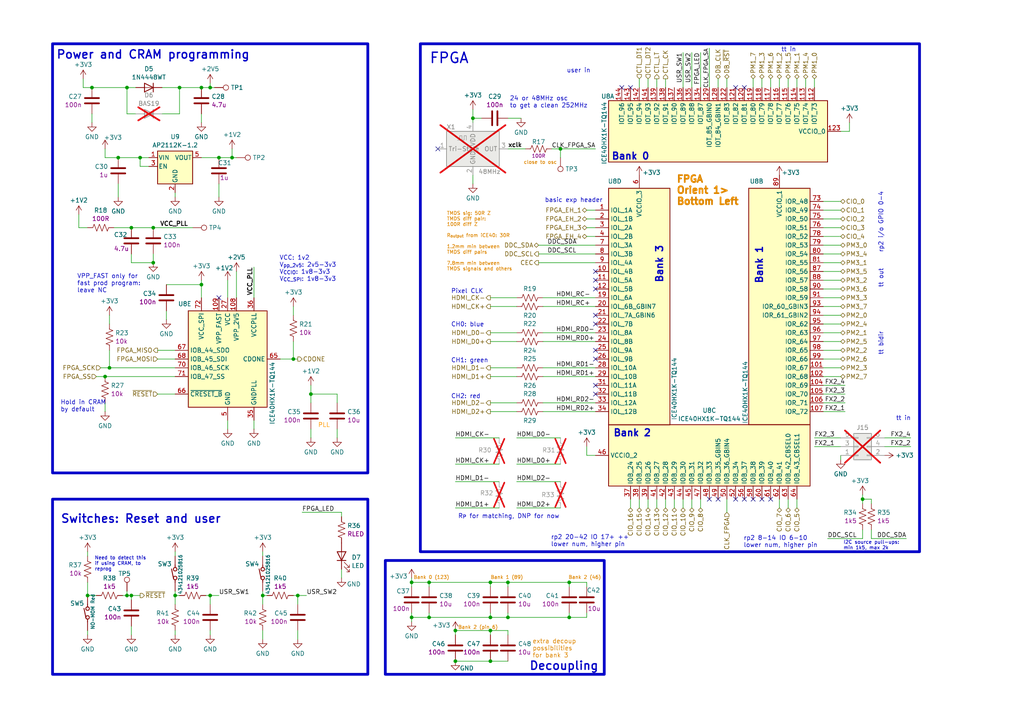
<source format=kicad_sch>
(kicad_sch (version 20231120) (generator "eeschema") (generator_version "8.0")
  (paper "A4")
  (title_block (title "FPGA") (date "2024-12-26") (rev "1.0") (company "Psychogenic Technologies ") (comment 1 "(C) 2024 Pat Deegan"))
  (junction (at 26.67 25.4))
  (junction (at 60.96 172.72))
  (junction (at 124.46 168.91))
  (junction (at 36.83 172.72))
  (junction (at 250.19 144.78))
  (junction (at 162.56 43.18))
  (junction (at 76.2 172.72))
  (junction (at 142.24 168.91))
  (junction (at 132.08 182.88))
  (junction (at 119.38 168.91))
  (junction (at 30.48 109.22))
  (junction (at 60.96 25.4))
  (junction (at 165.1 179.07))
  (junction (at 86.36 172.72))
  (junction (at 147.32 179.07))
  (junction (at 58.42 25.4))
  (junction (at 142.24 179.07))
  (junction (at 63.5 45.72))
  (junction (at 34.29 45.72))
  (junction (at 44.45 66.04))
  (junction (at 119.38 179.07))
  (junction (at 165.1 168.91))
  (junction (at 52.07 25.4))
  (junction (at 90.17 114.3))
  (junction (at 142.24 191.77))
  (junction (at 67.31 45.72))
  (junction (at 58.42 82.55))
  (junction (at 36.83 25.4))
  (junction (at 25.4 172.72))
  (junction (at 85.09 104.14))
  (junction (at 147.32 168.91))
  (junction (at 44.45 76.2))
  (junction (at 142.24 182.88))
  (junction (at 40.64 45.72))
  (junction (at 31.75 106.68))
  (junction (at 137.16 34.29))
  (junction (at 124.46 179.07))
  (junction (at 50.8 172.72))
  (junction (at 38.1 172.72))
  (junction (at 38.1 66.04))
  (junction (at 132.08 191.77))
  (no_connect (at 172.72 114.3))
  (no_connect (at 172.72 104.14))
  (no_connect (at 180.34 25.4))
  (no_connect (at 215.9 144.78))
  (no_connect (at 172.72 91.44))
  (no_connect (at 182.88 25.4))
  (no_connect (at 215.9 25.4))
  (no_connect (at 172.72 111.76))
  (no_connect (at 172.72 83.82))
  (no_connect (at 213.36 25.4))
  (no_connect (at 172.72 101.6))
  (no_connect (at 220.98 144.78))
  (no_connect (at 172.72 81.28))
  (no_connect (at 223.52 144.78))
  (no_connect (at 218.44 144.78))
  (no_connect (at 205.74 144.78))
  (no_connect (at 127 43.18))
  (no_connect (at 213.36 144.78))
  (no_connect (at 172.72 78.74))
  (no_connect (at 63.5 86.36))
  (no_connect (at 208.28 144.78))
  (no_connect (at 172.72 93.98))
  (wire (pts (xy 142.24 182.88) (xy 147.32 182.88)))
  (wire (pts (xy 238.76 71.12) (xy 243.84 71.12)))
  (wire (pts (xy 238.76 63.5) (xy 243.84 63.5)))
  (wire (pts (xy 167.64 231.14) (xy 167.64 233.68)))
  (wire (pts (xy 99.06 148.59) (xy 99.06 149.86)))
  (wire (pts (xy 142.24 96.52) (xy 149.86 96.52)))
  (wire (pts (xy 250.19 146.05) (xy 250.19 144.78)))
  (wire (pts (xy 238.76 83.82) (xy 243.84 83.82)))
  (wire (pts (xy 50.8 182.88) (xy 50.8 184.15)))
  (wire (pts (xy 63.5 53.34) (xy 63.5 57.15)))
  (wire (pts (xy 262.89 156.21) (xy 252.73 156.21)))
  (wire (pts (xy 187.96 147.32) (xy 187.96 144.78)))
  (wire (pts (xy 143.51 231.14) (xy 143.51 233.68)))
  (wire (pts (xy 142.24 177.8) (xy 142.24 179.07)))
  (wire (pts (xy 170.18 66.04) (xy 172.72 66.04)))
  (wire (pts (xy 193.04 22.86) (xy 193.04 25.4)))
  (wire (pts (xy 250.19 144.78) (xy 250.19 143.51)))
  (wire (pts (xy 252.73 144.78) (xy 250.19 144.78)))
  (wire (pts (xy 124.46 168.91) (xy 142.24 168.91)))
  (wire (pts (xy 162.56 43.18) (xy 172.72 43.18)))
  (wire (pts (xy 34.29 53.34) (xy 34.29 57.15)))
  (wire (pts (xy 58.42 81.28) (xy 58.42 82.55)))
  (wire (pts (xy 30.48 43.18) (xy 30.48 45.72)))
  (wire (pts (xy 36.83 171.45) (xy 36.83 172.72)))
  (wire (pts (xy 38.1 66.04) (xy 44.45 66.04)))
  (wire (pts (xy 68.58 78.74) (xy 68.58 86.36)))
  (wire (pts (xy 226.06 144.78) (xy 226.06 147.32)))
  (wire (pts (xy 165.1 179.07) (xy 170.18 179.07)))
  (wire (pts (xy 36.83 25.4) (xy 36.83 33.02)))
  (wire (pts (xy 73.66 77.47) (xy 73.66 86.36)))
  (wire (pts (xy 218.44 22.86) (xy 218.44 25.4)))
  (wire (pts (xy 157.48 109.22) (xy 172.72 109.22)))
  (wire (pts (xy 228.6 144.78) (xy 228.6 147.32)))
  (wire (pts (xy 167.64 218.44) (xy 167.64 223.52)))
  (wire (pts (xy 48.26 82.55) (xy 58.42 82.55)))
  (wire (pts (xy 205.74 13.97) (xy 205.74 25.4)))
  (wire (pts (xy 210.82 22.86) (xy 210.82 25.4)))
  (wire (pts (xy 236.22 22.86) (xy 236.22 25.4)))
  (wire (pts (xy 132.08 191.77) (xy 142.24 191.77)))
  (wire (pts (xy 90.17 114.3) (xy 97.79 114.3)))
  (wire (pts (xy 88.9 172.72) (xy 86.36 172.72)))
  (wire (pts (xy 147.32 179.07) (xy 165.1 179.07)))
  (wire (pts (xy 99.06 165.1) (xy 99.06 167.64)))
  (wire (pts (xy 31.75 101.6) (xy 31.75 106.68)))
  (wire (pts (xy 252.73 156.21) (xy 252.73 153.67)))
  (wire (pts (xy 142.24 179.07) (xy 147.32 179.07)))
  (wire (pts (xy 124.46 179.07) (xy 142.24 179.07)))
  (wire (pts (xy 132.08 134.62) (xy 144.78 134.62)))
  (wire (pts (xy 36.83 33.02) (xy 39.37 33.02)))
  (wire (pts (xy 246.38 38.1) (xy 243.84 38.1)))
  (wire (pts (xy 220.98 25.4) (xy 220.98 22.86)))
  (wire (pts (xy 73.66 121.92) (xy 73.66 124.46)))
  (wire (pts (xy 30.48 116.84) (xy 30.48 119.38)))
  (wire (pts (xy 165.1 168.91) (xy 165.1 170.18)))
  (wire (pts (xy 157.48 116.84) (xy 172.72 116.84)))
  (wire (pts (xy 66.04 81.28) (xy 66.04 86.36)))
  (wire (pts (xy 236.22 129.54) (xy 243.84 129.54)))
  (wire (pts (xy 34.29 45.72) (xy 30.48 45.72)))
  (wire (pts (xy 142.24 86.36) (xy 149.86 86.36)))
  (wire (pts (xy 170.18 179.07) (xy 170.18 177.8)))
  (wire (pts (xy 246.38 35.56) (xy 246.38 38.1)))
  (wire (pts (xy 170.18 60.96) (xy 172.72 60.96)))
  (wire (pts (xy 238.76 60.96) (xy 243.84 60.96)))
  (wire (pts (xy 170.18 63.5) (xy 172.72 63.5)))
  (wire (pts (xy 142.24 168.91) (xy 147.32 168.91)))
  (wire (pts (xy 31.75 106.68) (xy 50.8 106.68)))
  (wire (pts (xy 238.76 68.58) (xy 243.84 68.58)))
  (wire (pts (xy 143.51 220.98) (xy 143.51 223.52)))
  (wire (pts (xy 170.18 132.08) (xy 172.72 132.08)))
  (wire (pts (xy 52.07 25.4) (xy 58.42 25.4)))
  (wire (pts (xy 238.76 109.22) (xy 243.84 109.22)))
  (wire (pts (xy 30.48 109.22) (xy 50.8 109.22)))
  (wire (pts (xy 182.88 147.32) (xy 182.88 144.78)))
  (wire (pts (xy 153.67 231.14) (xy 153.67 233.68)))
  (wire (pts (xy 86.36 182.88) (xy 86.36 185.42)))
  (wire (pts (xy 185.42 147.32) (xy 185.42 144.78)))
  (wire (pts (xy 76.2 160.02) (xy 76.2 161.29)))
  (wire (pts (xy 157.48 119.38) (xy 172.72 119.38)))
  (wire (pts (xy 240.03 156.21) (xy 250.19 156.21)))
  (wire (pts (xy 238.76 93.98) (xy 243.84 93.98)))
  (wire (pts (xy 238.76 78.74) (xy 243.84 78.74)))
  (wire (pts (xy 43.18 48.26) (xy 40.64 48.26)))
  (wire (pts (xy 233.68 25.4) (xy 233.68 22.86)))
  (wire (pts (xy 26.67 25.4) (xy 36.83 25.4)))
  (wire (pts (xy 31.75 91.44) (xy 31.75 93.98)))
  (wire (pts (xy 231.14 25.4) (xy 231.14 22.86)))
  (wire (pts (xy 60.96 182.88) (xy 60.96 184.15)))
  (wire (pts (xy 149.86 139.7) (xy 162.56 139.7)))
  (wire (pts (xy 200.66 147.32) (xy 200.66 144.78)))
  (wire (pts (xy 256.54 127) (xy 264.16 127)))
  (wire (pts (xy 238.76 88.9) (xy 243.84 88.9)))
  (wire (pts (xy 157.48 106.68) (xy 172.72 106.68)))
  (wire (pts (xy 63.5 45.72) (xy 67.31 45.72)))
  (wire (pts (xy 76.2 182.88) (xy 76.2 185.42)))
  (wire (pts (xy 157.48 86.36) (xy 172.72 86.36)))
  (wire (pts (xy 210.82 144.78) (xy 210.82 148.59)))
  (wire (pts (xy 187.96 22.86) (xy 187.96 25.4)))
  (wire (pts (xy 38.1 181.61) (xy 38.1 184.15)))
  (wire (pts (xy 22.86 66.04) (xy 25.4 66.04)))
  (wire (pts (xy 67.31 43.18) (xy 67.31 45.72)))
  (wire (pts (xy 142.24 119.38) (xy 149.86 119.38)))
  (wire (pts (xy 200.66 15.24) (xy 200.66 25.4)))
  (wire (pts (xy 223.52 25.4) (xy 223.52 22.86)))
  (wire (pts (xy 90.17 124.46) (xy 90.17 127)))
  (wire (pts (xy 97.79 114.3) (xy 97.79 116.84)))
  (wire (pts (xy 147.32 43.18) (xy 152.4 43.18)))
  (wire (pts (xy 238.76 99.06) (xy 243.84 99.06)))
  (wire (pts (xy 149.86 147.32) (xy 162.56 147.32)))
  (wire (pts (xy 60.96 172.72) (xy 60.96 175.26)))
  (wire (pts (xy 24.13 22.86) (xy 24.13 25.4)))
  (wire (pts (xy 256.54 129.54) (xy 264.16 129.54)))
  (wire (pts (xy 142.24 99.06) (xy 149.86 99.06)))
  (wire (pts (xy 170.18 129.54) (xy 170.18 132.08)))
  (wire (pts (xy 238.76 58.42) (xy 243.84 58.42)))
  (wire (pts (xy 58.42 45.72) (xy 63.5 45.72)))
  (wire (pts (xy 34.29 45.72) (xy 40.64 45.72)))
  (wire (pts (xy 238.76 81.28) (xy 243.84 81.28)))
  (wire (pts (xy 38.1 172.72) (xy 38.1 173.99)))
  (wire (pts (xy 231.14 144.78) (xy 231.14 147.32)))
  (wire (pts (xy 203.2 15.24) (xy 203.2 25.4)))
  (wire (pts (xy 238.76 114.3) (xy 245.11 114.3)))
  (wire (pts (xy 226.06 25.4) (xy 226.06 22.86)))
  (wire (pts (xy 119.38 168.91) (xy 119.38 170.18)))
  (wire (pts (xy 76.2 172.72) (xy 76.2 175.26)))
  (wire (pts (xy 119.38 179.07) (xy 119.38 180.34)))
  (wire (pts (xy 142.24 116.84) (xy 149.86 116.84)))
  (wire (pts (xy 124.46 168.91) (xy 124.46 170.18)))
  (wire (pts (xy 160.02 43.18) (xy 162.56 43.18)))
  (wire (pts (xy 35.56 172.72) (xy 36.83 172.72)))
  (wire (pts (xy 208.28 22.86) (xy 208.28 25.4)))
  (wire (pts (xy 157.48 96.52) (xy 172.72 96.52)))
  (wire (pts (xy 137.16 31.75) (xy 137.16 34.29)))
  (wire (pts (xy 153.67 220.98) (xy 153.67 223.52)))
  (wire (pts (xy 90.17 111.76) (xy 90.17 114.3)))
  (wire (pts (xy 68.58 45.72) (xy 67.31 45.72)))
  (wire (pts (xy 60.96 25.4) (xy 62.23 25.4)))
  (wire (pts (xy 43.18 45.72) (xy 40.64 45.72)))
  (wire (pts (xy 90.17 114.3) (xy 90.17 116.84)))
  (wire (pts (xy 26.67 33.02) (xy 26.67 35.56)))
  (wire (pts (xy 50.8 172.72) (xy 52.07 172.72)))
  (wire (pts (xy 165.1 168.91) (xy 170.18 168.91)))
  (wire (pts (xy 193.04 147.32) (xy 193.04 144.78)))
  (wire (pts (xy 85.09 91.44) (xy 85.09 88.9)))
  (wire (pts (xy 190.5 22.86) (xy 190.5 25.4)))
  (wire (pts (xy 149.86 134.62) (xy 162.56 134.62)))
  (wire (pts (xy 165.1 177.8) (xy 165.1 179.07)))
  (wire (pts (xy 142.24 168.91) (xy 142.24 170.18)))
  (wire (pts (xy 156.21 71.12) (xy 172.72 71.12)))
  (wire (pts (xy 25.4 168.91) (xy 25.4 172.72)))
  (wire (pts (xy 137.16 34.29) (xy 139.7 34.29)))
  (wire (pts (xy 25.4 182.88) (xy 25.4 184.15)))
  (wire (pts (xy 203.2 147.32) (xy 203.2 144.78)))
  (wire (pts (xy 156.21 76.2) (xy 172.72 76.2)))
  (wire (pts (xy 198.12 15.24) (xy 198.12 25.4)))
  (wire (pts (xy 44.45 73.66) (xy 44.45 76.2)))
  (wire (pts (xy 33.02 66.04) (xy 38.1 66.04)))
  (wire (pts (xy 119.38 177.8) (xy 119.38 179.07)))
  (wire (pts (xy 87.63 148.59) (xy 99.06 148.59)))
  (wire (pts (xy 85.09 172.72) (xy 86.36 172.72)))
  (wire (pts (xy 22.86 62.23) (xy 22.86 66.04)))
  (wire (pts (xy 50.8 160.02) (xy 50.8 161.29)))
  (wire (pts (xy 250.19 156.21) (xy 250.19 153.67)))
  (wire (pts (xy 60.96 172.72) (xy 63.5 172.72)))
  (wire (pts (xy 137.16 50.8) (xy 137.16 53.34)))
  (wire (pts (xy 238.76 119.38) (xy 245.11 119.38)))
  (wire (pts (xy 58.42 82.55) (xy 58.42 86.36)))
  (wire (pts (xy 132.08 182.88) (xy 142.24 182.88)))
  (wire (pts (xy 38.1 172.72) (xy 40.64 172.72)))
  (wire (pts (xy 252.73 146.05) (xy 252.73 144.78)))
  (wire (pts (xy 238.76 73.66) (xy 243.84 73.66)))
  (wire (pts (xy 142.24 88.9) (xy 149.86 88.9)))
  (wire (pts (xy 36.83 25.4) (xy 39.37 25.4)))
  (wire (pts (xy 81.28 104.14) (xy 85.09 104.14)))
  (wire (pts (xy 38.1 73.66) (xy 38.1 76.2)))
  (wire (pts (xy 238.76 86.36) (xy 243.84 86.36)))
  (wire (pts (xy 147.32 177.8) (xy 147.32 179.07)))
  (wire (pts (xy 238.76 104.14) (xy 243.84 104.14)))
  (wire (pts (xy 36.83 172.72) (xy 38.1 172.72)))
  (wire (pts (xy 76.2 171.45) (xy 76.2 172.72)))
  (wire (pts (xy 170.18 68.58) (xy 172.72 68.58)))
  (wire (pts (xy 46.99 25.4) (xy 52.07 25.4)))
  (wire (pts (xy 85.09 104.14) (xy 85.09 99.06)))
  (wire (pts (xy 25.4 160.02) (xy 25.4 161.29)))
  (wire (pts (xy 66.04 121.92) (xy 66.04 124.46)))
  (wire (pts (xy 58.42 33.02) (xy 58.42 35.56)))
  (wire (pts (xy 59.69 172.72) (xy 60.96 172.72)))
  (wire (pts (xy 76.2 172.72) (xy 77.47 172.72)))
  (wire (pts (xy 40.64 48.26) (xy 40.64 45.72)))
  (wire (pts (xy 132.08 139.7) (xy 144.78 139.7)))
  (wire (pts (xy 132.08 182.88) (xy 132.08 184.15)))
  (wire (pts (xy 198.12 147.32) (xy 198.12 144.78)))
  (wire (pts (xy 119.38 167.64) (xy 119.38 168.91)))
  (wire (pts (xy 238.76 66.04) (xy 243.84 66.04)))
  (wire (pts (xy 119.38 179.07) (xy 124.46 179.07)))
  (wire (pts (xy 38.1 76.2) (xy 44.45 76.2)))
  (wire (pts (xy 190.5 147.32) (xy 190.5 144.78)))
  (wire (pts (xy 97.79 124.46) (xy 97.79 127)))
  (wire (pts (xy 238.76 96.52) (xy 243.84 96.52)))
  (wire (pts (xy 124.46 177.8) (xy 124.46 179.07)))
  (wire (pts (xy 156.21 73.66) (xy 172.72 73.66)))
  (wire (pts (xy 142.24 109.22) (xy 149.86 109.22)))
  (wire (pts (xy 147.32 168.91) (xy 165.1 168.91)))
  (wire (pts (xy 24.13 25.4) (xy 26.67 25.4)))
  (wire (pts (xy 238.76 101.6) (xy 243.84 101.6)))
  (wire (pts (xy 243.84 132.08) (xy 243.84 133.35)))
  (wire (pts (xy 119.38 168.91) (xy 124.46 168.91)))
  (wire (pts (xy 157.48 99.06) (xy 172.72 99.06)))
  (wire (pts (xy 157.48 88.9) (xy 172.72 88.9)))
  (wire (pts (xy 50.8 172.72) (xy 50.8 175.26)))
  (wire (pts (xy 238.76 106.68) (xy 243.84 106.68)))
  (wire (pts (xy 142.24 182.88) (xy 142.24 184.15)))
  (wire (pts (xy 86.36 172.72) (xy 86.36 175.26)))
  (wire (pts (xy 142.24 191.77) (xy 147.32 191.77)))
  (wire (pts (xy 142.24 106.68) (xy 149.86 106.68)))
  (wire (pts (xy 228.6 25.4) (xy 228.6 22.86)))
  (wire (pts (xy 149.86 127) (xy 162.56 127)))
  (wire (pts (xy 25.4 172.72) (xy 27.94 172.72)))
  (wire (pts (xy 50.8 55.88) (xy 50.8 57.15)))
  (wire (pts (xy 132.08 127) (xy 144.78 127)))
  (wire (pts (xy 45.72 101.6) (xy 50.8 101.6)))
  (wire (pts (xy 238.76 116.84) (xy 245.11 116.84)))
  (wire (pts (xy 45.72 104.14) (xy 50.8 104.14)))
  (wire (pts (xy 238.76 91.44) (xy 243.84 91.44)))
  (wire (pts (xy 44.45 66.04) (xy 55.88 66.04)))
  (wire (pts (xy 147.32 182.88) (xy 147.32 184.15)))
  (wire (pts (xy 185.42 22.86) (xy 185.42 25.4)))
  (wire (pts (xy 50.8 171.45) (xy 50.8 172.72)))
  (wire (pts (xy 85.09 104.14) (xy 86.36 104.14)))
  (wire (pts (xy 29.21 106.68) (xy 31.75 106.68)))
  (wire (pts (xy 45.72 114.3) (xy 50.8 114.3)))
  (wire (pts (xy 60.96 24.13) (xy 60.96 25.4)))
  (wire (pts (xy 236.22 127) (xy 243.84 127)))
  (wire (pts (xy 137.16 34.29) (xy 137.16 35.56)))
  (wire (pts (xy 147.32 168.91) (xy 147.32 170.18)))
  (wire (pts (xy 60.96 25.4) (xy 58.42 25.4)))
  (wire (pts (xy 195.58 147.32) (xy 195.58 144.78)))
  (wire (pts (xy 147.32 34.29) (xy 151.13 34.29)))
  (wire (pts (xy 27.94 109.22) (xy 30.48 109.22)))
  (wire (pts (xy 170.18 168.91) (xy 170.18 170.18)))
  (wire (pts (xy 238.76 76.2) (xy 243.84 76.2)))
  (wire (pts (xy 46.99 33.02) (xy 52.07 33.02)))
  (wire (pts (xy 132.08 147.32) (xy 144.78 147.32)))
  (wire (pts (xy 48.26 90.17) (xy 48.26 92.71)))
  (wire (pts (xy 162.56 43.18) (xy 162.56 45.72)))
  (wire (pts (xy 238.76 111.76) (xy 245.11 111.76)))
  (wire (pts (xy 52.07 33.02) (xy 52.07 25.4)))
  (rectangle (start 15.24 12.7) (end 106.68 137.16) (stroke (width 0.8)))
  (rectangle (start 121.92 12.7) (end 266.7 160.02) (stroke (width 0.8)))
  (rectangle (start 15.24 144.78) (end 106.68 195.58) (stroke (width 0.8)))
  (rectangle (start 111.76 162.56) (end 175.26 195.58) (stroke (width 0.8)))
  (text "user in" (at 164.338 20.574 0) (effects (font (size 1.27 1.27)) (justify left)))
  (text "CH1: green" (at 130.81 104.648 0) (effects (font (size 1.27 1.27)) (justify left)))
  (text "Switches: Reset and user" (at 17.526 150.622 0) (effects (font (size 2.4 2.4) (thickness 0.4) (bold yes)) (justify left)))
  (text "tt bidir" (at 255.524 103.124 90) (effects (font (size 1.27 1.27)) (justify left)))
  (text "Bank 2" (at 183.388 125.73 0) (effects (font (size 2 2) (thickness 0.4) (bold yes))))
  (text "Decoupling" (at 173.736 193.294 0) (effects (font (size 2.4 2.4) (thickness 0.4) (bold yes)) (justify right)))
  (text "Hold in CRAM \nby default" (at 17.526 117.856 0) (effects (font (size 1.27 1.27)) (justify left)))
  (text "TMDS sig: 50R Z\nTMDS diff pair:\n100R diff Z\n\nR_{output} from iCE40: 30R\n\n1.2mm min between \nTMDS diff pairs\n\n7.8mm min between \nTMDS signals and others" (at 129.54 70.104 0) (effects (font (size 1 1)) (justify left)))
  (text "Need to detect this\nif using CRAM, to\nreprog" (at 27.432 163.576 0) (effects (font (size 1 1)) (justify left)))
  (text "tt out" (at 255.524 83.566 90) (effects (font (size 1.27 1.27)) (justify left)))
  (text "24 or 48MHz osc\nto get a clean 252MHz \n" (at 147.828 29.718 0) (effects (font (size 1.27 1.27)) (justify left)))
  (text "extra decoup \npossibilities \nfor bank 3" (at 154.432 188.214 0) (effects (font (size 1.27 1.27)) (justify left)))
  (text "VPP_FAST only for\nfast prod program:\nleave NC" (at 22.352 82.296 0) (effects (font (size 1.27 1.27)) (justify left)))
  (text "tt in" (at 259.842 121.412 0) (effects (font (size 1.27 1.27)) (justify left)))
  (text "rp2 i/o GPIO 0-4" (at 255.524 73.406 90) (effects (font (size 1.27 1.27)) (justify left)))
  (text "CH0: blue" (at 130.81 94.234 0) (effects (font (size 1.27 1.27)) (justify left)))
  (text "Bank 2 (pin 6)" (at 132.842 182.118 0) (effects (font (size 1 1)) (justify left)))
  (text "Bank 1" (at 220.218 76.962 90) (effects (font (size 2 2) (thickness 0.4) (bold yes))))
  (text "rp2 8-14 IO 6-10\nlower num, higher pin" (at 215.646 157.226 0) (effects (font (size 1.27 1.27)) (justify left)))
  (text "FPGA\nOrient 1> \nBottom Left" (at 196.088 55.372 0) (effects (font (size 2 2) (thickness 0.6) (bold yes)) (justify left)))
  (text "Power and CRAM programming" (at 16.256 16.002 0) (effects (font (size 2.4 2.4) (thickness 0.4) (bold yes)) (justify left)))
  (text "basic exp header" (at 157.988 58.166 0) (effects (font (size 1.27 1.27)) (justify left)))
  (text "FPGA" (at 124.46 17.018 0) (effects (font (size 3 3) (thickness 0.4) (bold yes)) (justify left)))
  (text "VCC: 1v2\nV_{pp_2v5}: 2v5-3v3\nV_{CCIO}: 1v8-3v3\nV_{CC_SPI}: 1v8-3v3\n" (at 81.026 77.978 0) (effects (font (size 1.27 1.27)) (justify left)))
  (text "rp2 20-42 IO 17+ ++\nlower num, higher pin" (at 159.766 156.972 0) (effects (font (size 1.27 1.27)) (justify left)))
  (text "PLL" (at 93.98 123.444 0) (effects (font (size 1.27 1.27))))
  (text "Pixel CLK" (at 130.81 84.582 0) (effects (font (size 1.27 1.27)) (justify left)))
  (text "CH2: red" (at 130.81 115.062 0) (effects (font (size 1.27 1.27)) (justify left)))
  (text "Bank 0 (123)" (at 119.888 167.64 0) (effects (font (size 1 1)) (justify left)))
  (text "R_{P} for matching, DNP for now" (at 132.842 149.86 0) (effects (font (size 1.27 1.27)) (justify left)))
  (text "Bank 1 (89)" (at 142.24 167.64 0) (effects (font (size 1 1)) (justify left)))
  (text "Bank 2 (46)" (at 164.846 167.64 0) (effects (font (size 1 1)) (justify left)))
  (text "Bank 3" (at 191.262 76.708 90) (effects (font (size 2 2) (thickness 0.4) (bold yes))))
  (text "close to osc" (at 156.718 47.244 0) (effects (font (size 1 1))))
  (text "tt in" (at 226.568 14.478 0) (effects (font (size 1.27 1.27)) (justify left)))
  (text "I2C source pull-ups:\nmin 1k5, max 2k" (at 244.602 158.242 0) (effects (font (size 1 1)) (justify left)))
  (text "Bank 0" (at 182.88 45.466 0) (effects (font (size 2 2) (thickness 0.4) (bold yes))))
  (label "DDC_SCL" (at 240.03 156.21 0))
  (label "HDMI_D1-" (at 132.08 139.7 0))
  (label "HDMI_D2+" (at 149.86 147.32 0))
  (label "FPGA_LED" (at 203.2 15.24 270))
  (label "HDMI_CK+" (at 132.08 134.62 0))
  (label "HDMI_D1+" (at 132.08 147.32 0))
  (label "HDMI_RD2+" (at 161.29 119.38 0))
  (label "HDMI_RD0-" (at 161.29 96.52 0))
  (label "CLK_FPGA_SA" (at 205.74 13.97 270) (effects (font (size 1.15 1.15))))
  (label "DDC_SDA" (at 158.75 71.12 0))
  (label "HDMI_D0-" (at 149.86 127 0))
  (label "FPGA_LED" (at 87.63 148.59 0))
  (label "HDMI_RD2-" (at 161.29 116.84 0))
  (label "HDMI_RD0+" (at 161.29 99.06 0))
  (label "DDC_SCL" (at 158.75 73.66 0))
  (label "FX2_4" (at 264.16 127 180))
  (label "xclk" (at 147.32 43.18 0) (effects (font (bold yes))))
  (label "HDMI_RD1+" (at 161.29 109.22 0))
  (label "CLK_FPGA_SA" (at 172.72 43.18 180))
  (label "USR_SW1" (at 63.5 172.72 0))
  (label "HDMI_CK-" (at 132.08 127 0))
  (label "VCC_PLL" (at 73.66 77.47 270) (effects (font (bold yes))))
  (label "USR_SW2" (at 88.9 172.72 0))
  (label "HDMI_RC-" (at 161.29 86.36 0))
  (label "FX2_3" (at 236.22 127 0))
  (label "USR_SW2" (at 200.66 15.24 270))
  (label "VCC_PLL" (at 54.61 66.04 180) (effects (font (bold yes))))
  (label "DDC_SDA" (at 262.89 156.21 180))
  (label "USR_SW1" (at 198.12 15.24 270))
  (label "HDMI_D0+" (at 149.86 134.62 0))
  (label "FX2_3" (at 245.11 114.3 180))
  (label "FX2_2" (at 264.16 129.54 180))
  (label "FX2_1" (at 245.11 119.38 180))
  (label "HDMI_RC+" (at 161.29 88.9 0))
  (label "FX2_4" (at 245.11 111.76 180))
  (label "HDMI_D2-" (at 149.86 139.7 0))
  (label "HDMI_RD1-" (at 161.29 106.68 0))
  (label "FX2_2" (at 245.11 116.84 180))
  (label "FX2_1" (at 236.22 129.54 0))
  (hierarchical_label "PM2_4" (shape bidirectional) (at 243.84 93.98 0))
  (hierarchical_label "PM1_0" (shape bidirectional) (at 236.22 22.86 90))
  (hierarchical_label "CIO_4" (shape bidirectional) (at 243.84 68.58 0))
  (hierarchical_label "PM3_6" (shape bidirectional) (at 243.84 83.82 0))
  (hierarchical_label "PM1_1" (shape bidirectional) (at 231.14 22.86 90))
  (hierarchical_label "CTL_CK" (shape output) (at 193.04 22.86 90))
  (hierarchical_label "CIO_2" (shape bidirectional) (at 243.84 63.5 0))
  (hierarchical_label "CIO_5" (shape bidirectional) (at 231.14 147.32 270))
  (hierarchical_label "~{RESET}" (shape input) (at 45.72 114.3 180))
  (hierarchical_label "CIO_0" (shape bidirectional) (at 243.84 58.42 0))
  (hierarchical_label "DDC_SDA" (shape bidirectional) (at 156.21 71.12 180))
  (hierarchical_label "CIO_10" (shape bidirectional) (at 198.12 147.32 270))
  (hierarchical_label "CIO_11" (shape bidirectional) (at 195.58 147.32 270))
  (hierarchical_label "PM1_2" (shape bidirectional) (at 226.06 22.86 90))
  (hierarchical_label "CIO_13" (shape bidirectional) (at 190.5 147.32 270))
  (hierarchical_label "PM2_7" (shape bidirectional) (at 243.84 109.22 0))
  (hierarchical_label "FPGA_SS" (shape input) (at 27.94 109.22 180))
  (hierarchical_label "HDMI_CK+" (shape output) (at 142.24 88.9 180))
  (hierarchical_label "HDMI_D0+" (shape output) (at 142.24 99.06 180))
  (hierarchical_label "PM2_2" (shape bidirectional) (at 243.84 101.6 0))
  (hierarchical_label "CEC" (shape output) (at 156.21 76.2 180))
  (hierarchical_label "FPGA_MISO" (shape output) (at 45.72 101.6 180))
  (hierarchical_label "DB_CLK" (shape bidirectional) (at 208.28 22.86 90))
  (hierarchical_label "PM2_5" (shape bidirectional) (at 243.84 99.06 0))
  (hierarchical_label "PM1_4" (shape bidirectional) (at 233.68 22.86 90))
  (hierarchical_label "HDMI_D1+" (shape output) (at 142.24 109.22 180))
  (hierarchical_label "HDMI_D2+" (shape output) (at 142.24 119.38 180))
  (hierarchical_label "PM2_0" (shape bidirectional) (at 243.84 91.44 0))
  (hierarchical_label "PM2_1" (shape bidirectional) (at 243.84 96.52 0))
  (hierarchical_label "PM2_6" (shape bidirectional) (at 243.84 104.14 0))
  (hierarchical_label "PM1_6" (shape bidirectional) (at 223.52 22.86 90))
  (hierarchical_label "CDONE" (shape output) (at 86.36 104.14 0))
  (hierarchical_label "PM3_3" (shape bidirectional) (at 243.84 86.36 0))
  (hierarchical_label "CTL_DT1" (shape input) (at 185.42 22.86 90))
  (hierarchical_label "~{RESET}" (shape output) (at 40.64 172.72 0))
  (hierarchical_label "FPGA_EH_2" (shape bidirectional) (at 170.18 63.5 180))
  (hierarchical_label "FPGA_SCK" (shape input) (at 29.21 106.68 180))
  (hierarchical_label "PM3_2" (shape bidirectional) (at 243.84 81.28 0))
  (hierarchical_label "CIO_1" (shape bidirectional) (at 243.84 60.96 0))
  (hierarchical_label "PM1_7" (shape bidirectional) (at 218.44 22.86 90))
  (hierarchical_label "PM1_5" (shape bidirectional) (at 228.6 22.86 90))
  (hierarchical_label "DDC_SCL" (shape output) (at 156.21 73.66 180))
  (hierarchical_label "HDMI_D1-" (shape output) (at 142.24 106.68 180))
  (hierarchical_label "PM3_7" (shape bidirectional) (at 243.84 88.9 0))
  (hierarchical_label "CIO_9" (shape bidirectional) (at 200.66 147.32 270))
  (hierarchical_label "FPGA_EH_3" (shape bidirectional) (at 170.18 66.04 180))
  (hierarchical_label "PM2_3" (shape bidirectional) (at 243.84 106.68 0))
  (hierarchical_label "CIO_12" (shape bidirectional) (at 193.04 147.32 270))
  (hierarchical_label "HDMI_D2-" (shape output) (at 142.24 116.84 180))
  (hierarchical_label "CIO_6" (shape bidirectional) (at 228.6 147.32 270))
  (hierarchical_label "CLK_FPGA" (shape input) (at 210.82 148.59 270))
  (hierarchical_label "DB_~{RST}" (shape bidirectional) (at 210.82 22.86 90))
  (hierarchical_label "CTL_DT2" (shape input) (at 187.96 22.86 90))
  (hierarchical_label "CTL_LT" (shape output) (at 190.5 22.86 90))
  (hierarchical_label "FPGA_EH_1" (shape bidirectional) (at 170.18 60.96 180))
  (hierarchical_label "CIO_16" (shape bidirectional) (at 182.88 147.32 270))
  (hierarchical_label "PM3_0" (shape bidirectional) (at 243.84 71.12 0))
  (hierarchical_label "FPGA_EH_4" (shape bidirectional) (at 170.18 68.58 180))
  (hierarchical_label "HDMI_D0-" (shape output) (at 142.24 96.52 180))
  (hierarchical_label "PM1_3" (shape bidirectional) (at 220.98 22.86 90))
  (hierarchical_label "PM3_4" (shape bidirectional) (at 243.84 73.66 0))
  (hierarchical_label "CIO_7" (shape bidirectional) (at 226.06 147.32 270))
  (hierarchical_label "PM3_1" (shape bidirectional) (at 243.84 76.2 0))
  (hierarchical_label "CIO_8" (shape bidirectional) (at 203.2 147.32 270))
  (hierarchical_label "CIO_15" (shape bidirectional) (at 185.42 147.32 270))
  (hierarchical_label "CIO_14" (shape bidirectional) (at 187.96 147.32 270))
  (hierarchical_label "PM3_5" (shape bidirectional) (at 243.84 78.74 0))
  (hierarchical_label "CIO_3" (shape bidirectional) (at 243.84 66.04 0))
  (hierarchical_label "FPGA_MOSI" (shape input) (at 45.72 104.14 180))
  (hierarchical_label "HDMI_CK-" (shape output) (at 142.24 86.36 180))
  (symbol (lib_id "power:+3V3") (at 85.09 88.9 0) (unit 1)
    (property "Reference" "#PWR0100" (effects (hide yes)))
    (property "Value" "+3V3" (at 85.09 84.7669 0))
  )
  (symbol (lib_id "TinyTapeout:434121025816") (at 76.2 166.37 90) (unit 1)
    (property "Reference" "SW4" (at 71.12 163.576 90) (effects (justify right)))
    (property "Value" "434121025816" (at 77.724 160.782 0) (effects (font (size 1 1)) (justify right)))
    (property "Footprint" "TinyTapeout:434121025816" (effects (hide yes)))
    (property "Datasheet" "https://www.cuidevices.com/product/resource/ts09.pdf" (effects (hide yes)))
    (property "Description" "WS-TASV SMT Tact Switch 6.0x3.8 mm" (effects (hide yes)))
    (property "Characteristics" "SWITCH TACTILE SPST-NO" (effects (hide yes)))
    (property "MPN" "434121025816" (effects (hide yes)))
    (property "MPN_ALT" "TS09-63-25-R-260-SMT-TR" (effects (hide yes)))
    (property "DigikeyPN" "2223-TS09-63-25-R-260-SMT-TRCT-ND" (effects (hide yes)))
    (property "LCSC" "C4364640 or C2689642 or C329185 or C2689642" (effects (hide yes)))
  )
  (symbol (lib_id "power:GND") (at 143.51 233.68 0) (unit 1)
    (property "Reference" "#PWR0134" (effects (hide yes)))
    (property "Value" "GND" (at 143.51 237.8131 0))
    (property "Description" "Power symbol creates a global label with name \"GND\" , ground" (effects (hide yes)))
  )
  (symbol (lib_id "psypassives:R_100R_0402") (at 144.78 142.24 0) (unit 1) (dnp yes)
    (property "Reference" "R32" (at 139.192 143.002 0) (effects (justify left)))
    (property "Value" "R_100R_0402" (effects (hide yes)))
    (property "Footprint" "Resistor_SMD:R_0402_1005Metric" (effects (hide yes)))
    (property "Description" "Resistor 1%, US symbol" (effects (hide yes)))
    (property "Sim.Pins" "1=1 2=2" (effects (hide yes)))
    (property "Sim.Device" "SPICE" (effects (hide yes)))
    (property "Sim.Params" "type=\"R\" model=\"100\" lib=\"\"" (effects (hide yes)))
    (property "MPN" "RC0402FR-07100RL" (effects (hide yes)))
    (property "DigikeyPN" "311-100LRCT-ND" (effects (hide yes)))
    (property "Display Value" "100R" (effects (hide yes)))
  )
  (symbol (lib_id "psypassives:R_22R_0402") (at 152.4 119.38 90) (unit 1)
    (property "Reference" "R29" (at 153.67 121.9891 90))
    (property "Value" "R_22R_0402" (effects (hide yes)))
    (property "Footprint" "Resistor_SMD:R_0402_1005Metric" (effects (hide yes)))
    (property "Description" "Resistor 1%, US symbol" (effects (hide yes)))
    (property "MPN" "RC0402FR-0722RL" (effects (hide yes)))
    (property "DigikeyPN" "311-22.0LRCT-ND" (effects (hide yes)))
    (property "Display Value" "22R" (effects (hide yes)))
  )
  (symbol (lib_id "psypassives:R_1k5_0402") (at 54.61 172.72 90) (unit 1)
    (property "Reference" "R39" (at 55.88 167.6865 90))
    (property "Value" "R_1k5_0402" (effects (hide yes)))
    (property "Footprint" "Resistor_SMD:R_0402_1005Metric" (effects (hide yes)))
    (property "Description" "Resistor 1%, US symbol" (effects (hide yes)))
    (property "MPN" "CR0402-FX-1501GLF" (effects (hide yes)))
    (property "DigikeyPN" "CR0402-FX-1501GLFCT-ND" (effects (hide yes)))
    (property "Display Value" "1k5" (at 55.88 170.1108 90))
    (property "MPN_ALT" "WR04X1501FTL" (effects (hide yes)))
    (property "Characteristics" "R 0402 1k5 1%" (effects (hide yes)))
  )
  (symbol (lib_name "GND_1") (lib_id "power:GND") (at 73.66 124.46 0) (unit 1)
    (property "Reference" "#PWR0106" (effects (hide yes)))
    (property "Value" "GND" (at 73.66 128.5931 0))
    (property "Description" "Power symbol creates a global label with name \"GND\" , ground" (effects (hide yes)))
  )
  (symbol (lib_id "psypassives:R_10k_0402") (at 25.4 165.1 0) (unit 1)
    (property "Reference" "R37" (at 23.749 163.8878 0) (effects (justify right)))
    (property "Value" "R_10k_0402" (effects (hide yes)))
    (property "Footprint" "Resistor_SMD:R_0402_1005Metric" (effects (hide yes)))
    (property "Description" "Resistor 1%, US symbol" (effects (hide yes)))
    (property "MPN" "ERJ-U02F1002X" (effects (hide yes)))
    (property "DigikeyPN" "10-ERJ-U02F1002XCT-ND" (effects (hide yes)))
    (property "Characteristics" "R 0402 10k" (effects (hide yes)))
    (property "Display Value" "10k" (at 23.749 166.3121 0) (effects (justify right)))
  )
  (symbol (lib_id "psypassives:R_22R_0402") (at 152.4 109.22 90) (unit 1)
    (property "Reference" "R26" (at 153.67 111.8291 90))
    (property "Value" "R_22R_0402" (effects (hide yes)))
    (property "Footprint" "Resistor_SMD:R_0402_1005Metric" (effects (hide yes)))
    (property "Description" "Resistor 1%, US symbol" (effects (hide yes)))
    (property "MPN" "RC0402FR-0722RL" (effects (hide yes)))
    (property "DigikeyPN" "311-22.0LRCT-ND" (effects (hide yes)))
    (property "Display Value" "22R" (effects (hide yes)))
  )
  (symbol (lib_id "Connector:TestPoint") (at 62.23 25.4 270) (unit 1)
    (property "Reference" "TP1" (at 66.929 25.4 90) (effects (justify left)))
    (property "Value" "TestPoint" (effects (hide yes)))
    (property "Footprint" "TestPoint:TestPoint_Pad_D1.5mm" (effects (hide yes)))
    (property "Description" "test point" (effects (hide yes)))
  )
  (symbol (lib_id "psypassives:R_10k_0402") (at 31.75 97.79 0) (unit 1)
    (property "Reference" "R23" (at 33.401 96.5778 0) (effects (justify left)))
    (property "Value" "R_10k_0402" (effects (hide yes)))
    (property "Footprint" "Resistor_SMD:R_0402_1005Metric" (effects (hide yes)))
    (property "Description" "Resistor 1%, US symbol" (effects (hide yes)))
    (property "Sim.Pins" "1=1 2=2" (effects (hide yes)))
    (property "Sim.Device" "SPICE" (effects (hide yes)))
    (property "Sim.Params" "type=\"R\" model=\"10k\" lib=\"\"" (effects (hide yes)))
    (property "MPN" "ERJ-U02F1002X" (effects (hide yes)))
    (property "DigikeyPN" "10-ERJ-U02F1002XCT-ND" (effects (hide yes)))
    (property "Display_Value" "10k" (at 33.401 99.0021 0) (effects (justify left)))
  )
  (symbol (lib_id "psypassives:C_100n_0402_50V") (at 167.64 227.33 0) (unit 1)
    (property "Reference" "C51" (at 164.7191 226.1178 0) (effects (justify right)))
    (property "Value" "C_100n_0402_50V" (effects (hide yes)))
    (property "Footprint" "Capacitor_SMD:C_0402_1005Metric" (effects (hide yes)))
    (property "Description" "Unpolarized capacitor" (effects (hide yes)))
    (property "Sim.Pins" "1=1 2=2" (effects (hide yes)))
    (property "Sim.Device" "SPICE" (effects (hide yes)))
    (property "Sim.Params" "type=\"C\" model=\"100n\" lib=\"\"" (effects (hide yes)))
    (property "MPN" "GRM155R71H104KE14J" (effects (hide yes)))
    (property "DigikeyPN" "490-13342-1-ND" (effects (hide yes)))
    (property "Display_Value" "100n" (at 164.7191 228.5421 0) (effects (justify right)))
  )
  (symbol (lib_id "psypassives:R_1k5_0402") (at 252.73 148.59 0) (unit 1)
    (property "Reference" "R35" (at 254.381 148.6478 0) (effects (justify left)))
    (property "Value" "R_1k5_0402" (effects (hide yes)))
    (property "Footprint" "Resistor_SMD:R_0402_1005Metric" (effects (hide yes)))
    (property "Description" "Resistor 1%, US symbol" (effects (hide yes)))
    (property "MPN" "CR0402-FX-1501GLF" (effects (hide yes)))
    (property "DigikeyPN" "CR0402-FX-1501GLFCT-ND" (effects (hide yes)))
    (property "Display Value" "1k5" (at 254.381 151.0721 0) (effects (justify left)))
    (property "MPN_ALT" "WR04X1501FTL" (effects (hide yes)))
  )
  (symbol (lib_id "Regulator_Linear:AP2112K-1.2") (at 50.8 48.26 0) (unit 1)
    (property "Reference" "U9" (at 50.8 39.6705 0))
    (property "Value" "AP2112K-1.2" (at 50.8 42.0948 0))
    (property "Footprint" "Package_TO_SOT_SMD:SOT-23-5" (effects (hide yes)))
    (property "Datasheet" "https://www.diodes.com/assets/Datasheets/AP2112.pdf" (effects (hide yes)))
    (property "Description" "600mA low dropout linear regulator, with enable pin, 2.5V-6V input voltage range, 1.2V fixed positive output, SOT-23-5" (effects (hide yes)))
    (property "Characteristics" "IC REG LINEAR 1.2V 600MA SOT25" (effects (hide yes)))
    (property "MPN" "AP2112K-1.2TRG1" (effects (hide yes)))
    (property "DigikeyPN" "31-AP2112K-1.2TRG1CT-ND" (effects (hide yes)))
    (property "LCSC" "C460310" (effects (hide yes)))
  )
  (symbol (lib_id "power:+3V3") (at 50.8 160.02 0) (unit 1)
    (property "Reference" "#PWR0114" (effects (hide yes)))
    (property "Value" "+3V3" (at 50.8 155.8869 0))
    (property "Description" "Power symbol creates a global label with name \"+3V3\"" (effects (hide yes)))
  )
  (symbol (lib_id "psypassives:C_10u_0603_10V") (at 147.32 187.96 0) (unit 1)
    (property "Reference" "C48" (at 150.241 186.7478 0) (effects (justify left)))
    (property "Value" "C_10u_0603_10V" (effects (hide yes)))
    (property "Footprint" "Capacitor_SMD:C_0603_1608Metric" (effects (hide yes)))
    (property "Description" "Unpolarized capacitor" (effects (hide yes)))
    (property "Sim.Pins" "1=1 2=2" (effects (hide yes)))
    (property "Sim.Device" "SPICE" (effects (hide yes)))
    (property "Sim.Params" "type=\"C\" model=\"10u\" lib=\"\"" (effects (hide yes)))
    (property "MPN" "GRM188R61A106KE69D" (effects (hide yes)))
    (property "DigikeyPN" "490-10474-1-ND" (effects (hide yes)))
    (property "Display Value" "10u" (at 150.241 189.1721 0) (effects (justify left)))
  )
  (symbol (lib_id "psypassives:C_100n_0402_50V") (at 165.1 173.99 0) (unit 1)
    (property "Reference" "C41" (at 162.1791 172.7778 0) (effects (justify right)))
    (property "Value" "C_100n_0402_50V" (effects (hide yes)))
    (property "Footprint" "Capacitor_SMD:C_0402_1005Metric" (effects (hide yes)))
    (property "Description" "Unpolarized capacitor" (effects (hide yes)))
    (property "Sim.Pins" "1=1 2=2" (effects (hide yes)))
    (property "Sim.Device" "SPICE" (effects (hide yes)))
    (property "Sim.Params" "type=\"C\" model=\"100n\" lib=\"\"" (effects (hide yes)))
    (property "MPN" "GRM155R71H104KE14J" (effects (hide yes)))
    (property "DigikeyPN" "490-13342-1-ND" (effects (hide yes)))
    (property "Display_Value" "100n" (at 162.1791 175.2021 0) (effects (justify right)))
  )
  (symbol (lib_id "psypassives:C_100n_0402_50V") (at 132.08 187.96 0) (unit 1)
    (property "Reference" "C46" (at 129.1591 186.7478 0) (effects (justify right)))
    (property "Value" "C_100n_0402_50V" (effects (hide yes)))
    (property "Footprint" "Capacitor_SMD:C_0402_1005Metric" (effects (hide yes)))
    (property "Description" "Unpolarized capacitor" (effects (hide yes)))
    (property "Sim.Pins" "1=1 2=2" (effects (hide yes)))
    (property "Sim.Device" "SPICE" (effects (hide yes)))
    (property "Sim.Params" "type=\"C\" model=\"100n\" lib=\"\"" (effects (hide yes)))
    (property "MPN" "GRM155R71H104KE14J" (effects (hide yes)))
    (property "DigikeyPN" "490-13342-1-ND" (effects (hide yes)))
    (property "Display_Value" "100n" (at 129.1591 189.1721 0) (effects (justify right)))
  )
  (symbol (lib_id "power:GND") (at 25.4 184.15 0) (unit 1)
    (property "Reference" "#PWR0120" (effects (hide yes)))
    (property "Value" "GND" (at 25.4 188.2831 0))
    (property "Description" "Power symbol creates a global label with name \"GND\" , ground" (effects (hide yes)))
  )
  (symbol (lib_id "power:GND") (at 119.38 180.34 0) (unit 1)
    (property "Reference" "#PWR0118" (effects (hide yes)))
    (property "Value" "GND" (at 119.38 184.4731 0))
    (property "Description" "Power symbol creates a global label with name \"GND\" , ground" (effects (hide yes)))
  )
  (symbol (lib_id "psypassives:R_100R_0402") (at 154.94 43.18 90) (unit 1)
    (property "Reference" "R17" (at 156.21 41.148 90))
    (property "Value" "R_100R_0402" (effects (hide yes)))
    (property "Footprint" "Resistor_SMD:R_0402_1005Metric" (effects (hide yes)))
    (property "Description" "Resistor 1%, US symbol" (effects (hide yes)))
    (property "Sim.Pins" "1=1 2=2" (effects (hide yes)))
    (property "Sim.Device" "SPICE" (effects (hide yes)))
    (property "Sim.Params" "type=\"R\" model=\"100\" lib=\"\"" (effects (hide yes)))
    (property "MPN" "RC0402FR-07100RL" (effects (hide yes)))
    (property "DigikeyPN" "311-100LRCT-ND" (effects (hide yes)))
    (property "Display Value" "100R" (at 156.21 45.212 90) (effects (font (size 1 1))))
    (property "Characteristics" "R 0402 100R" (effects (hide yes)))
  )
  (symbol (lib_id "power:GND") (at 99.06 167.64 0) (unit 1)
    (property "Reference" "#PWR0116" (effects (hide yes)))
    (property "Value" "GND" (at 102.616 169.418 0))
    (property "Description" "Power symbol creates a global label with name \"GND\" , ground" (effects (hide yes)))
  )
  (symbol (lib_id "psypassives:C_100n_0402_50V") (at 142.24 187.96 0) (unit 1)
    (property "Reference" "C47" (at 139.3191 186.7478 0) (effects (justify right)))
    (property "Value" "C_100n_0402_50V" (effects (hide yes)))
    (property "Footprint" "Capacitor_SMD:C_0402_1005Metric" (effects (hide yes)))
    (property "Description" "Unpolarized capacitor" (effects (hide yes)))
    (property "Sim.Pins" "1=1 2=2" (effects (hide yes)))
    (property "Sim.Device" "SPICE" (effects (hide yes)))
    (property "Sim.Params" "type=\"C\" model=\"100n\" lib=\"\"" (effects (hide yes)))
    (property "MPN" "GRM155R71H104KE14J" (effects (hide yes)))
    (property "DigikeyPN" "490-13342-1-ND" (effects (hide yes)))
    (property "Display_Value" "100n" (at 139.3191 189.1721 0) (effects (justify right)))
  )
  (symbol (lib_id "power:+3V3") (at 185.42 50.8 0) (unit 1)
    (property "Reference" "#PWR088" (effects (hide yes)))
    (property "Value" "+3V3" (at 188.976 50.038 0))
  )
  (symbol (lib_id "power:+1V2") (at 67.31 43.18 0) (unit 1)
    (property "Reference" "#PWR087" (effects (hide yes)))
    (property "Value" "+1V2" (at 67.31 39.0469 0))
    (property "Description" "Power symbol creates a global label with name \"+1V2\"" (effects (hide yes)))
  )
  (symbol (lib_id "power:+3V3") (at 25.4 160.02 0) (unit 1)
    (property "Reference" "#PWR0113" (effects (hide yes)))
    (property "Value" "+3V3" (at 25.4 155.8869 0))
    (property "Description" "Power symbol creates a global label with name \"+3V3\"" (effects (hide yes)))
  )
  (symbol (lib_id "psypassives:R_22R_0402") (at 152.4 88.9 90) (unit 1)
    (property "Reference" "R20" (at 153.67 91.5091 90))
    (property "Value" "R_22R_0402" (effects (hide yes)))
    (property "Footprint" "Resistor_SMD:R_0402_1005Metric" (effects (hide yes)))
    (property "Description" "Resistor 1%, US symbol" (effects (hide yes)))
    (property "MPN" "RC0402FR-0722RL" (effects (hide yes)))
    (property "DigikeyPN" "311-22.0LRCT-ND" (effects (hide yes)))
    (property "Display Value" "22R" (effects (hide yes)))
  )
  (symbol (lib_id "power:GND") (at 38.1 184.15 0) (unit 1)
    (property "Reference" "#PWR0121" (effects (hide yes)))
    (property "Value" "GND" (at 38.1 188.2831 0))
    (property "Description" "Power symbol creates a global label with name \"GND\" , ground" (effects (hide yes)))
  )
  (symbol (lib_id "Diode:1N4448WT") (at 43.18 25.4 180) (unit 1)
    (property "Reference" "D5" (at 43.18 19.9855 0))
    (property "Value" "1N4448WT" (at 43.18 22.4098 0))
    (property "Footprint" "Diode_SMD:D_SOD-523" (effects (hide yes)))
    (property "Datasheet" "http://www.mouser.com/ds/2/149/1N4148WT-461550.pdf" (effects (hide yes)))
    (property "Description" "75V 0.15A Fast switching Diode, SOD-523" (effects (hide yes)))
    (property "Sim.Device" "D" (effects (hide yes)))
    (property "Sim.Pins" "1=K 2=A" (effects (hide yes)))
    (property "DigikeyPN" "1N4448WTCT-ND" (effects (hide yes)))
    (property "Characteristics" "DIODE GEN PURP 75V 200MA SOD523F" (effects (hide yes)))
    (property "LCSC" "C967981 or C5277952" (effects (hide yes)))
    (property "MPN" "1N4448WT" (effects (hide yes)))
  )
  (symbol (lib_id "Diode:BAS19") (at 43.18 33.02 180) (unit 1) (dnp yes)
    (property "Reference" "D6" (at 43.18 27.6055 0))
    (property "Value" "BAS19" (at 43.18 30.0298 0))
    (property "Footprint" "Package_TO_SOT_SMD:SOT-23" (effects (hide yes)))
    (property "Datasheet" "https://www.diodes.com/assets/Datasheets/Ds12004.pdf" (effects (hide yes)))
    (property "Description" "120V, 0.4A, High-speed Switching Diode, SOT-23" (effects (hide yes)))
    (property "Characteristics" "DIODE GP 120V 200MA SOT23-3 Vf 1.2V" (effects (hide yes)))
    (property "MPN" "BAS19LT1G" (effects (hide yes)))
    (property "MPN_ALT" "MMBD4148 / C513459" (effects (hide yes)))
    (property "DigikeyPN" "BAS19LT1GOSCT-ND" (effects (hide yes)))
    (property "LCSC" "C232582" (effects (hide yes)))
  )
  (symbol (lib_id "power:+3V3") (at 170.18 129.54 0) (unit 1)
    (property "Reference" "#PWR0109" (effects (hide yes)))
    (property "Value" "+3V3" (at 170.18 125.4069 0))
  )
  (symbol (lib_name "GND_1") (lib_id "power:GND") (at 90.17 127 0) (unit 1)
    (property "Reference" "#PWR0107" (effects (hide yes)))
    (property "Value" "GND" (at 90.17 131.1331 0))
    (property "Description" "Power symbol creates a global label with name \"GND\" , ground" (effects (hide yes)))
  )
  (symbol (lib_id "psypassives:C_10u_0603_10V") (at 147.32 173.99 0) (unit 1)
    (property "Reference" "C40" (at 150.241 172.7778 0) (effects (justify left)))
    (property "Value" "C_10u_0603_10V" (effects (hide yes)))
    (property "Footprint" "Capacitor_SMD:C_0603_1608Metric" (effects (hide yes)))
    (property "Description" "Unpolarized capacitor" (effects (hide yes)))
    (property "Sim.Pins" "1=1 2=2" (effects (hide yes)))
    (property "Sim.Device" "SPICE" (effects (hide yes)))
    (property "Sim.Params" "type=\"C\" model=\"10u\" lib=\"\"" (effects (hide yes)))
    (property "MPN" "GRM188R61A106KE69D" (effects (hide yes)))
    (property "DigikeyPN" "490-10474-1-ND" (effects (hide yes)))
    (property "Display Value" "10u" (at 150.241 175.2021 0) (effects (justify left)))
  )
  (symbol (lib_id "power:+3V3") (at 137.16 31.75 0) (unit 1)
    (property "Reference" "#PWR081" (effects (hide yes)))
    (property "Value" "+3V3" (at 137.16 27.6169 0))
    (property "Description" "Power symbol creates a global label with name \"+3V3\"" (effects (hide yes)))
  )
  (symbol (lib_id "power:+3V3") (at 153.67 220.98 0) (unit 1)
    (property "Reference" "#PWR0135" (effects (hide yes)))
    (property "Value" "+3V3" (at 149.86 220.472 0))
  )
  (symbol (lib_id "psypassives:R_1k5_0402") (at 30.48 172.72 90) (unit 1)
    (property "Reference" "R38" (at 31.75 167.6865 90))
    (property "Value" "R_1k5_0402" (effects (hide yes)))
    (property "Footprint" "Resistor_SMD:R_0402_1005Metric" (effects (hide yes)))
    (property "Description" "Resistor 1%, US symbol" (effects (hide yes)))
    (property "MPN" "CR0402-FX-1501GLF" (effects (hide yes)))
    (property "DigikeyPN" "CR0402-FX-1501GLFCT-ND" (effects (hide yes)))
    (property "Display Value" "1k5" (at 31.75 170.1108 90))
    (property "MPN_ALT" "WR04X1501FTL" (effects (hide yes)))
    (property "Characteristics" "R 0402 1k5 1%" (effects (hide yes)))
  )
  (symbol (lib_id "psypassives:C_100n_0402_50V") (at 86.36 179.07 0) (unit 1)
    (property "Reference" "C45" (at 83.4391 177.8578 0) (effects (justify right)))
    (property "Value" "C_100n_0402_50V" (effects (hide yes)))
    (property "Footprint" "Capacitor_SMD:C_0402_1005Metric" (effects (hide yes)))
    (property "Description" "Unpolarized capacitor" (effects (hide yes)))
    (property "MPN" "GRM155R71H104KE14J" (effects (hide yes)))
    (property "DigikeyPN" "490-13342-1-ND" (effects (hide yes)))
    (property "Characteristics" "C 0402 100n" (effects (hide yes)))
    (property "Display Value" "100n" (at 83.4391 180.2821 0) (effects (justify right)))
  )
  (symbol (lib_id "psypassives:R_22R_0402") (at 152.4 106.68 90) (unit 1)
    (property "Reference" "R25" (at 153.67 104.0709 90))
    (property "Value" "R_22R_0402" (effects (hide yes)))
    (property "Footprint" "Resistor_SMD:R_0402_1005Metric" (effects (hide yes)))
    (property "Description" "Resistor 1%, US symbol" (effects (hide yes)))
    (property "MPN" "RC0402FR-0722RL" (effects (hide yes)))
    (property "DigikeyPN" "311-22.0LRCT-ND" (effects (hide yes)))
    (property "Display Value" "22R" (effects (hide yes)))
  )
  (symbol (lib_id "power:+3V3") (at 31.75 91.44 0) (unit 1)
    (property "Reference" "#PWR0101" (effects (hide yes)))
    (property "Value" "+3V3" (at 31.75 87.3069 0))
  )
  (symbol (lib_name "GND_1") (lib_id "power:GND") (at 48.26 92.71 0) (unit 1)
    (property "Reference" "#PWR0102" (effects (hide yes)))
    (property "Value" "GND" (at 48.26 96.8431 0))
    (property "Description" "Power symbol creates a global label with name \"GND\" , ground" (effects (hide yes)))
  )
  (symbol (lib_id "power:GND") (at 86.36 185.42 0) (unit 1)
    (property "Reference" "#PWR0125" (effects (hide yes)))
    (property "Value" "GND" (at 86.36 189.5531 0))
    (property "Description" "Power symbol creates a global label with name \"GND\" , ground" (effects (hide yes)))
  )
  (symbol (lib_id "power:+3V3") (at 30.48 43.18 0) (unit 1)
    (property "Reference" "#PWR086" (effects (hide yes)))
    (property "Value" "+3V3" (at 32.766 39.878 0))
    (property "Description" "Power symbol creates a global label with name \"+3V3\"" (effects (hide yes)))
  )
  (symbol (lib_id "power:GND") (at 132.08 191.77 0) (unit 1)
    (property "Reference" "#PWR0126" (effects (hide yes)))
    (property "Value" "GND" (at 135.382 193.802 0))
    (property "Description" "Power symbol creates a global label with name \"GND\" , ground" (effects (hide yes)))
  )
  (symbol (lib_id "psypassives:R_100R_0402") (at 162.56 142.24 0) (unit 1) (dnp yes)
    (property "Reference" "R33" (at 156.972 143.51 0) (effects (justify left)))
    (property "Value" "R_100R_0402" (effects (hide yes)))
    (property "Footprint" "Resistor_SMD:R_0402_1005Metric" (effects (hide yes)))
    (property "Description" "Resistor 1%, US symbol" (effects (hide yes)))
    (property "Sim.Pins" "1=1 2=2" (effects (hide yes)))
    (property "Sim.Device" "SPICE" (effects (hide yes)))
    (property "Sim.Params" "type=\"R\" model=\"100\" lib=\"\"" (effects (hide yes)))
    (property "MPN" "RC0402FR-07100RL" (effects (hide yes)))
    (property "DigikeyPN" "311-100LRCT-ND" (effects (hide yes)))
    (property "Display Value" "100R" (effects (hide yes)))
  )
  (symbol (lib_id "power:GND") (at 58.42 35.56 0) (unit 1)
    (property "Reference" "#PWR084" (effects (hide yes)))
    (property "Value" "GND" (at 58.42 39.6931 0))
    (property "Description" "Power symbol creates a global label with name \"GND\" , ground" (effects (hide yes)))
  )
  (symbol (lib_id "power:+3V3") (at 143.51 220.98 0) (unit 1)
    (property "Reference" "#PWR0133" (effects (hide yes)))
    (property "Value" "+3V3" (at 139.7 220.472 0))
  )
  (symbol (lib_id "psypassives:R_22R_0402") (at 152.4 86.36 90) (unit 1)
    (property "Reference" "R19" (at 153.67 83.7509 90))
    (property "Value" "R_22R_0402" (effects (hide yes)))
    (property "Footprint" "Resistor_SMD:R_0402_1005Metric" (effects (hide yes)))
    (property "Description" "Resistor 1%, US symbol" (effects (hide yes)))
    (property "MPN" "RC0402FR-0722RL" (effects (hide yes)))
    (property "DigikeyPN" "311-22.0LRCT-ND" (effects (hide yes)))
    (property "Display Value" "22R" (effects (hide yes)))
  )
  (symbol (lib_id "power:GND") (at 137.16 53.34 0) (unit 1)
    (property "Reference" "#PWR090" (effects (hide yes)))
    (property "Value" "GND" (at 137.16 57.4731 0))
    (property "Description" "Power symbol creates a global label with name \"GND\" , ground" (effects (hide yes)))
  )
  (symbol (lib_id "power:+2V5") (at 60.96 24.13 0) (unit 1)
    (property "Reference" "#PWR080" (effects (hide yes)))
    (property "Value" "+2V5" (at 60.96 19.9969 0))
    (property "Description" "Power symbol creates a global label with name \"+2V5\"" (effects (hide yes)))
  )
  (symbol (lib_id "Oscillator:ECS-2520MV-xxx-xx") (at 137.16 43.18 0) (unit 1) (dnp yes)
    (property "Reference" "X1" (at 130.81 36.83 0))
    (property "Value" "48MHz" (at 141.986 49.784 0))
    (property "Footprint" "Oscillator:Oscillator_SMD_ECS_2520MV-xxx-xx-4Pin_2.5x2.0mm" (effects (hide yes)))
    (property "Datasheet" "https://www.ecsxtal.com/store/pdf/ECS-2520MV.pdf" (effects (hide yes)))
    (property "Description" "HCMOS Crystal Clock Oscillator, 2.5x2.0 mm 4-pad SMD" (effects (hide yes)))
    (property "Characteristics" "XTAL OSC XO 50.0000MHZ CMOS SMD" (effects (hide yes)))
  )
  (symbol (lib_id "power:GND") (at 34.29 57.15 0) (unit 1)
    (property "Reference" "#PWR091" (effects (hide yes)))
    (property "Value" "GND" (at 34.29 61.2831 0))
    (property "Description" "Power symbol creates a global label with name \"GND\" , ground" (effects (hide yes)))
  )
  (symbol (lib_id "FPGA_Lattice:ICE40HX1K-TQ144") (at 185.42 88.9 0) (unit 4)
    (property "Reference" "U8" (at 178.308 52.578 0))
    (property "Value" "ICE40HX1K-TQ144" (at 195.58 112.776 90))
    (property "Footprint" "Package_QFP:TQFP-144_20x20mm_P0.5mm" (effects (hide yes)))
    (property "Datasheet" "http://www.latticesemi.com/Products/FPGAandCPLD/iCE40" (effects (hide yes)))
    (property "Description" "iCE40 HX FPGA, 1280 LUTs, 1.2V, TQFP-144" (effects (hide yes)))
  )
  (symbol (lib_id "power:GND") (at 151.13 34.29 0) (unit 1)
    (property "Reference" "#PWR082" (effects (hide yes)))
    (property "Value" "GND" (at 151.13 38.4231 0))
    (property "Description" "Power symbol creates a global label with name \"GND\" , ground" (effects (hide yes)))
  )
  (symbol (lib_id "FPGA_Lattice:ICE40HX1K-TQ144") (at 66.04 104.14 0) (unit 5)
    (property "Reference" "U8" (at 53.594 88.138 0))
    (property "Value" "ICE40HX1K-TQ144" (at 78.994 114.046 90))
    (property "Footprint" "Package_QFP:TQFP-144_20x20mm_P0.5mm" (effects (hide yes)))
    (property "Datasheet" "http://www.latticesemi.com/Products/FPGAandCPLD/iCE40" (effects (hide yes)))
    (property "Description" "iCE40 HX FPGA, 1280 LUTs, 1.2V, TQFP-144" (effects (hide yes)))
  )
  (symbol (lib_id "TinyTapeout:434121025816") (at 50.8 166.37 90) (unit 1)
    (property "Reference" "SW3" (at 45.72 163.576 90) (effects (justify right)))
    (property "Value" "434121025816" (at 52.324 160.782 0) (effects (font (size 1 1)) (justify right)))
    (property "Footprint" "TinyTapeout:434121025816" (effects (hide yes)))
    (property "Datasheet" "https://www.cuidevices.com/product/resource/ts09.pdf" (effects (hide yes)))
    (property "Description" "WS-TASV SMT Tact Switch 6.0x3.8 mm" (effects (hide yes)))
    (property "Characteristics" "SWITCH TACTILE SPST-NO" (effects (hide yes)))
    (property "MPN" "434121025816" (effects (hide yes)))
    (property "MPN_ALT" "TS09-63-25-R-260-SMT-TR" (effects (hide yes)))
    (property "DigikeyPN" "2223-TS09-63-25-R-260-SMT-TRCT-ND" (effects (hide yes)))
    (property "LCSC" "C4364640 or C2689642 or C329185 or C2689642" (effects (hide yes)))
  )
  (symbol (lib_id "Connector_Generic:Conn_02x03_Odd_Even") (at 248.92 129.54 0) (mirror x) (unit 1) (dnp yes)
    (property "Reference" "J15" (at 250.19 124.0099 0))
    (property "Value" "Conn_02x03_Odd_Even" (effects (hide yes)))
    (property "Footprint" "Connector_PinHeader_2.54mm:PinHeader_2x03_P2.54mm_Vertical" (effects (hide yes)))
    (property "Description" "Generic connector, double row, 02x03, odd/even pin numbering scheme (row 1 odd numbers, row 2 even numbers), script generated (kicad-library-utils/schlib/autogen/connector/)" (effects (hide yes)))
  )
  (symbol (lib_id "power:GND") (at 44.45 76.2 0) (unit 1)
    (property "Reference" "#PWR095" (effects (hide yes)))
    (property "Value" "GND" (at 44.45 80.3331 0))
    (property "Description" "Power symbol creates a global label with name \"GND\" , ground" (effects (hide yes)))
  )
  (symbol (lib_id "psypassives:R_210k_0402") (at 99.06 153.67 0) (unit 1)
    (property "Reference" "R36" (at 100.711 152.4578 0) (effects (justify left)))
    (property "Value" "RLED" (effects (hide yes)))
    (property "Footprint" "Resistor_SMD:R_0402_1005Metric" (effects (hide yes)))
    (property "Description" "Resistor 1%, US symbol" (effects (hide yes)))
    (property "Display Value" "RLED" (at 100.711 154.8821 0) (effects (justify left)))
  )
  (symbol (lib_id "psypassives:C_100n_0402_50V") (at 38.1 177.8 0) (unit 1)
    (property "Reference" "C43" (at 35.1791 176.5878 0) (effects (justify right)))
    (property "Value" "C_100n_0402_50V" (effects (hide yes)))
    (property "Footprint" "Capacitor_SMD:C_0402_1005Metric" (effects (hide yes)))
    (property "Description" "Unpolarized capacitor" (effects (hide yes)))
    (property "MPN" "GRM155R71H104KE14J" (effects (hide yes)))
    (property "DigikeyPN" "490-13342-1-ND" (effects (hide yes)))
    (property "Characteristics" "C 0402 100n" (effects (hide yes)))
    (property "Display Value" "100n" (at 35.1791 179.0121 0) (effects (justify right)))
  )
  (symbol (lib_id "power:+1V2") (at 90.17 111.76 0) (unit 1)
    (property "Reference" "#PWR0103" (effects (hide yes)))
    (property "Value" "+1V2" (at 90.17 107.6269 0))
    (property "Description" "Power symbol creates a global label with name \"+1V2\"" (effects (hide yes)))
  )
  (symbol (lib_name "GND_1") (lib_id "power:GND") (at 30.48 119.38 0) (unit 1)
    (property "Reference" "#PWR0104" (effects (hide yes)))
    (property "Value" "GND" (at 30.48 123.5131 0))
    (property "Description" "Power symbol creates a global label with name \"GND\" , ground" (effects (hide yes)))
  )
  (symbol (lib_id "power:GND") (at 60.96 184.15 0) (unit 1)
    (property "Reference" "#PWR0123" (effects (hide yes)))
    (property "Value" "GND" (at 60.96 188.2831 0))
    (property "Description" "Power symbol creates a global label with name \"GND\" , ground" (effects (hide yes)))
  )
  (symbol (lib_id "power:+3V3") (at 256.54 132.08 270) (unit 1)
    (property "Reference" "#PWR0110" (effects (hide yes)))
    (property "Value" "+3V3" (at 259.715 132.08 90) (effects (justify left)))
  )
  (symbol (lib_id "psypassives:R_10k_0402") (at 76.2 179.07 0) (unit 1)
    (property "Reference" "R42" (at 74.549 177.8578 0) (effects (justify right)))
    (property "Value" "R_10k_0402" (effects (hide yes)))
    (property "Footprint" "Resistor_SMD:R_0402_1005Metric" (effects (hide yes)))
    (property "Description" "Resistor 1%, US symbol" (effects (hide yes)))
    (property "MPN" "ERJ-U02F1002X" (effects (hide yes)))
    (property "DigikeyPN" "10-ERJ-U02F1002XCT-ND" (effects (hide yes)))
    (property "Characteristics" "R 0402 10k" (effects (hide yes)))
    (property "Display Value" "10k" (at 74.549 180.2821 0) (effects (justify right)))
  )
  (symbol (lib_id "psypassives:C_1u_0603_50V") (at 34.29 49.53 0) (unit 1)
    (property "Reference" "C30" (at 31.3691 48.3178 0) (effects (justify right)))
    (property "Value" "C_1u_0603_50V" (effects (hide yes)))
    (property "Footprint" "Capacitor_SMD:C_0603_1608Metric" (effects (hide yes)))
    (property "Description" "Unpolarized capacitor" (effects (hide yes)))
    (property "MPN" "GRT188R61H105KE13D" (effects (hide yes)))
    (property "DigikeyPN" "490-12330-1-ND" (effects (hide yes)))
    (property "Display Value" "1u" (at 31.3691 50.7421 0) (effects (justify right)))
    (property "Characteristics" "C 0603 1u" (effects (hide yes)))
  )
  (symbol (lib_id "Device:LED") (at 99.06 161.29 90) (unit 1)
    (property "Reference" "D7" (at 101.981 161.6653 90) (effects (justify right)))
    (property "Value" "LED" (at 101.981 164.0896 90) (effects (justify right)))
    (property "Footprint" "LED_SMD:LED_0603_1608Metric" (effects (hide yes)))
    (property "Description" "Light emitting diode" (effects (hide yes)))
  )
  (symbol (lib_id "psypassives:C_100n_0402_50V") (at 143.51 34.29 90) (unit 1)
    (property "Reference" "C29" (at 143.51 27.9865 90))
    (property "Value" "C_100n_0402_50V" (effects (hide yes)))
    (property "Footprint" "Capacitor_SMD:C_0402_1005Metric" (effects (hide yes)))
    (property "Description" "Unpolarized capacitor" (effects (hide yes)))
    (property "MPN" "GRM155R71H104KE14J" (effects (hide yes)))
    (property "DigikeyPN" "490-13342-1-ND" (effects (hide yes)))
    (property "Characteristics" "C 0402 100n" (effects (hide yes)))
    (property "Display Value" "100n" (at 143.51 30.4108 90))
  )
  (symbol (lib_id "psypassives:C_4p7u_0603_25V") (at 58.42 29.21 0) (unit 1)
    (property "Reference" "C28" (at 61.341 27.9978 0) (effects (justify left)))
    (property "Value" "C_4p7u_0603_25V" (effects (hide yes)))
    (property "Footprint" "Capacitor_SMD:C_0603_1608Metric" (effects (hide yes)))
    (property "Description" "Unpolarized capacitor" (effects (hide yes)))
    (property "MPN" "GRM188R61E475KE11D" (effects (hide yes)))
    (property "DigikeyPN" "490-7203-1-ND" (effects (hide yes)))
    (property "Display Value" "4.7u" (at 61.341 30.4221 0) (effects (justify left)))
    (property "Characteristics" "C 0603 4u7" (effects (hide yes)))
  )
  (symbol (lib_id "psypassives:R_22R_0402") (at 152.4 116.84 90) (unit 1)
    (property "Reference" "R28" (at 153.67 114.2309 90))
    (property "Value" "R_22R_0402" (effects (hide yes)))
    (property "Footprint" "Resistor_SMD:R_0402_1005Metric" (effects (hide yes)))
    (property "Description" "Resistor 1%, US symbol" (effects (hide yes)))
    (property "MPN" "RC0402FR-0722RL" (effects (hide yes)))
    (property "DigikeyPN" "311-22.0LRCT-ND" (effects (hide yes)))
    (property "Display Value" "22R" (effects (hide yes)))
  )
  (symbol (lib_id "psypassives:C_100n_0402_50V") (at 142.24 173.99 0) (unit 1)
    (property "Reference" "C39" (at 139.3191 172.7778 0) (effects (justify right)))
    (property "Value" "C_100n_0402_50V" (effects (hide yes)))
    (property "Footprint" "Capacitor_SMD:C_0402_1005Metric" (effects (hide yes)))
    (property "Description" "Unpolarized capacitor" (effects (hide yes)))
    (property "Sim.Pins" "1=1 2=2" (effects (hide yes)))
    (property "Sim.Device" "SPICE" (effects (hide yes)))
    (property "Sim.Params" "type=\"C\" model=\"100n\" lib=\"\"" (effects (hide yes)))
    (property "MPN" "GRM155R71H104KE14J" (effects (hide yes)))
    (property "DigikeyPN" "490-13342-1-ND" (effects (hide yes)))
    (property "Display_Value" "100n" (at 139.3191 175.2021 0) (effects (justify right)))
  )
  (symbol (lib_id "psypassives:C_4p7u_0603_25V") (at 38.1 69.85 0) (unit 1)
    (property "Reference" "C32" (at 33.02 68.072 0) (effects (justify left)))
    (property "Value" "C_4p7u_0603_25V" (effects (hide yes)))
    (property "Footprint" "Capacitor_SMD:C_0603_1608Metric" (effects (hide yes)))
    (property "Description" "Unpolarized capacitor" (effects (hide yes)))
    (property "MPN" "GRM188R61E475KE11D" (effects (hide yes)))
    (property "DigikeyPN" "490-7203-1-ND" (effects (hide yes)))
    (property "Display Value" "4.7u" (at 33.02 72.136 0) (effects (justify left)))
    (property "Characteristics" "C 0603 4u7" (effects (hide yes)))
  )
  (symbol (lib_id "power:+3V3") (at 119.38 167.64 0) (unit 1)
    (property "Reference" "#PWR0117" (effects (hide yes)))
    (property "Value" "+3V3" (at 115.57 167.132 0))
  )
  (symbol (lib_id "psypassives:C_100n_0402_50V") (at 153.67 227.33 0) (unit 1)
    (property "Reference" "C50" (at 153.162 224.79 0) (effects (justify right)))
    (property "Value" "C_100n_0402_50V" (effects (hide yes)))
    (property "Footprint" "Capacitor_SMD:C_0402_1005Metric" (effects (hide yes)))
    (property "Description" "Unpolarized capacitor" (effects (hide yes)))
    (property "Sim.Pins" "1=1 2=2" (effects (hide yes)))
    (property "Sim.Device" "SPICE" (effects (hide yes)))
    (property "Sim.Params" "type=\"C\" model=\"100n\" lib=\"\"" (effects (hide yes)))
    (property "MPN" "GRM155R71H104KE14J" (effects (hide yes)))
    (property "DigikeyPN" "490-13342-1-ND" (effects (hide yes)))
    (property "Display_Value" "100n" (at 153.162 229.87 0) (effects (justify right)))
  )
  (symbol (lib_id "power:+2V5") (at 68.58 78.74 0) (unit 1)
    (property "Reference" "#PWR096" (effects (hide yes)))
    (property "Value" "+2V5" (at 68.58 74.6069 0))
    (property "Description" "Power symbol creates a global label with name \"+2V5\"" (effects (hide yes)))
  )
  (symbol (lib_id "psypassives:C_10u_0603_10V") (at 97.79 120.65 0) (unit 1)
    (property "Reference" "C36" (at 100.711 119.4378 0) (effects (justify left)))
    (property "Value" "C_10u_0603_10V" (effects (hide yes)))
    (property "Footprint" "Capacitor_SMD:C_0603_1608Metric" (effects (hide yes)))
    (property "Description" "Unpolarized capacitor" (effects (hide yes)))
    (property "Sim.Pins" "1=1 2=2" (effects (hide yes)))
    (property "Sim.Device" "SPICE" (effects (hide yes)))
    (property "Sim.Params" "type=\"C\" model=\"10u\" lib=\"\"" (effects (hide yes)))
    (property "MPN" "GRM188R61A106KE69D" (effects (hide yes)))
    (property "DigikeyPN" "490-10474-1-ND" (effects (hide yes)))
    (property "Display Value" "10u" (at 100.711 121.8621 0) (effects (justify left)))
  )
  (symbol (lib_name "GND_1") (lib_id "power:GND") (at 66.04 124.46 0) (unit 1)
    (property "Reference" "#PWR0105" (effects (hide yes)))
    (property "Value" "GND" (at 66.04 128.5931 0))
    (property "Description" "Power symbol creates a global label with name \"GND\" , ground" (effects (hide yes)))
  )
  (symbol (lib_id "power:+1V2") (at 66.04 81.28 0) (unit 1)
    (property "Reference" "#PWR098" (effects (hide yes)))
    (property "Value" "+1V2" (at 65.024 77.724 0))
    (property "Description" "Power symbol creates a global label with name \"+1V2\"" (effects (hide yes)))
  )
  (symbol (lib_id "power:+1V2") (at 22.86 62.23 0) (unit 1)
    (property "Reference" "#PWR094" (effects (hide yes)))
    (property "Value" "+1V2" (at 22.86 58.0969 0))
    (property "Description" "Power symbol creates a global label with name \"+1V2\"" (effects (hide yes)))
  )
  (symbol (lib_id "power:GND") (at 50.8 184.15 0) (unit 1)
    (property "Reference" "#PWR0122" (effects (hide yes)))
    (property "Value" "GND" (at 50.8 188.2831 0))
    (property "Description" "Power symbol creates a global label with name \"GND\" , ground" (effects (hide yes)))
  )
  (symbol (lib_id "psypassives:R_10k_0402") (at 50.8 179.07 0) (unit 1)
    (property "Reference" "R41" (at 49.149 177.8578 0) (effects (justify right)))
    (property "Value" "R_10k_0402" (effects (hide yes)))
    (property "Footprint" "Resistor_SMD:R_0402_1005Metric" (effects (hide yes)))
    (property "Description" "Resistor 1%, US symbol" (effects (hide yes)))
    (property "MPN" "ERJ-U02F1002X" (effects (hide yes)))
    (property "DigikeyPN" "10-ERJ-U02F1002XCT-ND" (effects (hide yes)))
    (property "Characteristics" "R 0402 10k" (effects (hide yes)))
    (property "Display Value" "10k" (at 49.149 180.2821 0) (effects (justify right)))
  )
  (symbol (lib_id "power:GND") (at 63.5 57.15 0) (unit 1)
    (property "Reference" "#PWR093" (effects (hide yes)))
    (property "Value" "GND" (at 63.5 61.2831 0))
    (property "Description" "Power symbol creates a global label with name \"GND\" , ground" (effects (hide yes)))
  )
  (symbol (lib_id "power:GND") (at 76.2 185.42 0) (unit 1)
    (property "Reference" "#PWR0124" (effects (hide yes)))
    (property "Value" "GND" (at 76.2 189.5531 0))
    (property "Description" "Power symbol creates a global label with name \"GND\" , ground" (effects (hide yes)))
  )
  (symbol (lib_id "psypassives:R_10k_0402") (at 30.48 113.03 0) (unit 1)
    (property "Reference" "R27" (at 32.131 111.8178 0) (effects (justify left)))
    (property "Value" "R_10k_0402" (effects (hide yes)))
    (property "Footprint" "Resistor_SMD:R_0402_1005Metric" (effects (hide yes)))
    (property "Description" "Resistor 1%, US symbol" (effects (hide yes)))
    (property "Sim.Pins" "1=1 2=2" (effects (hide yes)))
    (property "Sim.Device" "SPICE" (effects (hide yes)))
    (property "Sim.Params" "type=\"R\" model=\"10k\" lib=\"\"" (effects (hide yes)))
    (property "MPN" "ERJ-U02F1002X" (effects (hide yes)))
    (property "DigikeyPN" "10-ERJ-U02F1002XCT-ND" (effects (hide yes)))
    (property "Display_Value" "10k" (at 32.131 114.2421 0) (effects (justify left)))
  )
  (symbol (lib_id "psypassives:C_100n_0402_50V") (at 90.17 120.65 0) (unit 1)
    (property "Reference" "C35" (at 87.2491 119.4378 0) (effects (justify right)))
    (property "Value" "C_100n_0402_50V" (effects (hide yes)))
    (property "Footprint" "Capacitor_SMD:C_0402_1005Metric" (effects (hide yes)))
    (property "Description" "Unpolarized capacitor" (effects (hide yes)))
    (property "Sim.Pins" "1=1 2=2" (effects (hide yes)))
    (property "Sim.Device" "SPICE" (effects (hide yes)))
    (property "Sim.Params" "type=\"C\" model=\"100n\" lib=\"\"" (effects (hide yes)))
    (property "MPN" "GRM155R71H104KE14J" (effects (hide yes)))
    (property "DigikeyPN" "490-13342-1-ND" (effects (hide yes)))
    (property "Display_Value" "100n" (at 87.2491 121.8621 0) (effects (justify right)))
  )
  (symbol (lib_id "psypassives:C_100n_0402_50V") (at 26.67 29.21 0) (unit 1)
    (property "Reference" "C27" (at 23.7491 27.9978 0) (effects (justify right)))
    (property "Value" "C_100n_0402_50V" (effects (hide yes)))
    (property "Footprint" "Capacitor_SMD:C_0402_1005Metric" (effects (hide yes)))
    (property "Description" "Unpolarized capacitor" (effects (hide yes)))
    (property "MPN" "GRM155R71H104KE14J" (effects (hide yes)))
    (property "DigikeyPN" "490-13342-1-ND" (effects (hide yes)))
    (property "Characteristics" "C 0402 100n" (effects (hide yes)))
    (property "Display Value" "100n" (at 23.7491 30.4221 0) (effects (justify right)))
  )
  (symbol (lib_id "power:GND") (at 26.67 35.56 0) (unit 1)
    (property "Reference" "#PWR083" (effects (hide yes)))
    (property "Value" "GND" (at 26.67 39.6931 0))
    (property "Description" "Power symbol creates a global label with name \"GND\" , ground" (effects (hide yes)))
  )
  (symbol (lib_id "psypassives:C_10u_0603_10V") (at 170.18 173.99 0) (unit 1)
    (property "Reference" "C42" (at 170.18 171.196 0) (effects (justify left)))
    (property "Value" "C_10u_0603_10V" (effects (hide yes)))
    (property "Footprint" "Capacitor_SMD:C_0603_1608Metric" (effects (hide yes)))
    (property "Description" "Unpolarized capacitor" (effects (hide yes)))
    (property "Sim.Pins" "1=1 2=2" (effects (hide yes)))
    (property "Sim.Device" "SPICE" (effects (hide yes)))
    (property "Sim.Params" "type=\"C\" model=\"10u\" lib=\"\"" (effects (hide yes)))
    (property "MPN" "GRM188R61A106KE69D" (effects (hide yes)))
    (property "DigikeyPN" "490-10474-1-ND" (effects (hide yes)))
    (property "Display Value" "10u" (at 170.434 176.53 0) (effects (justify left)))
  )
  (symbol (lib_id "power:+3V3") (at 246.38 35.56 0) (mirror y) (unit 1)
    (property "Reference" "#PWR085" (effects (hide yes)))
    (property "Value" "+3V3" (at 246.38 31.4269 0))
  )
  (symbol (lib_id "power:GND") (at 153.67 233.68 0) (unit 1)
    (property "Reference" "#PWR0136" (effects (hide yes)))
    (property "Value" "GND" (at 153.67 237.8131 0))
    (property "Description" "Power symbol creates a global label with name \"GND\" , ground" (effects (hide yes)))
  )
  (symbol (lib_id "psypassives:R_1k5_0402") (at 80.01 172.72 90) (unit 1)
    (property "Reference" "R40" (at 81.28 167.6865 90))
    (property "Value" "R_1k5_0402" (effects (hide yes)))
    (property "Footprint" "Resistor_SMD:R_0402_1005Metric" (effects (hide yes)))
    (property "Description" "Resistor 1%, US symbol" (effects (hide yes)))
    (property "MPN" "CR0402-FX-1501GLF" (effects (hide yes)))
    (property "DigikeyPN" "CR0402-FX-1501GLFCT-ND" (effects (hide yes)))
    (property "Display Value" "1k5" (at 81.28 170.1108 90))
    (property "MPN_ALT" "WR04X1501FTL" (effects (hide yes)))
    (property "Characteristics" "R 0402 1k5 1%" (effects (hide yes)))
  )
  (symbol (lib_id "TinyTapeout:434121025816") (at 25.4 177.8 90) (unit 1)
    (property "Reference" "SW5" (at 20.32 175.006 90) (effects (justify right)))
    (property "Value" "NO-MOM Red" (at 26.924 172.212 0) (effects (font (size 1 1)) (justify right)))
    (property "Footprint" "TinyTapeout:434121025816" (effects (hide yes)))
    (property "Datasheet" "https://www.cuidevices.com/product/resource/ts09.pdf" (effects (hide yes)))
    (property "Description" "WS-TASV SMT Tact Switch 6.0x3.8 mm" (effects (hide yes)))
    (property "Characteristics" "SWITCH TACTILE SPST-NO RED" (effects (hide yes)))
    (property "MPN" "TS09-63-25-R-260-SMT-TR" (effects (hide yes)))
    (property "DigikeyPN" "2223-TS09-63-25-R-260-SMT-TRCT-ND" (effects (hide yes)))
    (property "LCSC" "C4364640 or C2689642 or C329185 or C2689642" (effects (hide yes)))
  )
  (symbol (lib_id "psypassives:R_10k_0402") (at 85.09 95.25 0) (unit 1)
    (property "Reference" "R21" (at 86.741 94.0378 0) (effects (justify left)))
    (property "Value" "R_10k_0402" (effects (hide yes)))
    (property "Footprint" "Resistor_SMD:R_0402_1005Metric" (effects (hide yes)))
    (property "Description" "Resistor 1%, US symbol" (effects (hide yes)))
    (property "Sim.Pins" "1=1 2=2" (effects (hide yes)))
    (property "Sim.Device" "SPICE" (effects (hide yes)))
    (property "Sim.Params" "type=\"R\" model=\"10k\" lib=\"\"" (effects (hide yes)))
    (property "MPN" "ERJ-U02F1002X" (effects (hide yes)))
    (property "DigikeyPN" "10-ERJ-U02F1002XCT-ND" (effects (hide yes)))
    (property "Display_Value" "10k" (at 86.741 96.4621 0) (effects (justify left)))
  )
  (symbol (lib_id "psypassives:R_100R_0402") (at 27.94 66.04 90) (unit 1)
    (property "Reference" "R18" (at 29.21 61.0065 90))
    (property "Value" "R_100R_0402" (effects (hide yes)))
    (property "Footprint" "Resistor_SMD:R_0402_1005Metric" (effects (hide yes)))
    (property "Description" "Resistor 1%, US symbol" (effects (hide yes)))
    (property "Sim.Pins" "1=1 2=2" (effects (hide yes)))
    (property "Sim.Device" "SPICE" (effects (hide yes)))
    (property "Sim.Params" "type=\"R\" model=\"100\" lib=\"\"" (effects (hide yes)))
    (property "MPN" "RC0402FR-07100RL" (effects (hide yes)))
    (property "DigikeyPN" "311-100LRCT-ND" (effects (hide yes)))
    (property "Display Value" "100R" (at 29.21 63.4308 90))
    (property "Characteristics" "R 0402 100R" (effects (hide yes)))
  )
  (symbol (lib_id "FPGA_Lattice:ICE40HX1K-TQ144") (at 208.28 38.1 270) (unit 1)
    (property "Reference" "U8" (at 176.276 27.94 90))
    (property "Value" "ICE40HX1K-TQ144" (at 175.26 38.608 0))
    (property "Footprint" "Package_QFP:TQFP-144_20x20mm_P0.5mm" (effects (hide yes)))
    (property "Datasheet" "http://www.latticesemi.com/Products/FPGAandCPLD/iCE40" (effects (hide yes)))
    (property "Description" "iCE40 HX FPGA, 1280 LUTs, 1.2V, TQFP-144" (effects (hide yes)))
  )
  (symbol (lib_id "psypassives:R_22R_0402") (at 152.4 96.52 90) (unit 1)
    (property "Reference" "R22" (at 153.67 93.9109 90))
    (property "Value" "R_22R_0402" (effects (hide yes)))
    (property "Footprint" "Resistor_SMD:R_0402_1005Metric" (effects (hide yes)))
    (property "Description" "Resistor 1%, US symbol" (effects (hide yes)))
    (property "MPN" "RC0402FR-0722RL" (effects (hide yes)))
    (property "DigikeyPN" "311-22.0LRCT-ND" (effects (hide yes)))
    (property "Display Value" "22R" (effects (hide yes)))
  )
  (symbol (lib_id "FPGA_Lattice:ICE40HX1K-TQ144") (at 205.74 132.08 90) (unit 3)
    (property "Reference" "U8" (at 205.74 119.0455 90))
    (property "Value" "ICE40HX1K-TQ144" (at 205.74 121.4698 90))
    (property "Footprint" "Package_QFP:TQFP-144_20x20mm_P0.5mm" (effects (hide yes)))
    (property "Datasheet" "http://www.latticesemi.com/Products/FPGAandCPLD/iCE40" (effects (hide yes)))
    (property "Description" "iCE40 HX FPGA, 1280 LUTs, 1.2V, TQFP-144" (effects (hide yes)))
  )
  (symbol (lib_id "psypassives:C_100n_0402_50V") (at 119.38 173.99 0) (unit 1)
    (property "Reference" "C37" (at 118.872 171.45 0) (effects (justify right)))
    (property "Value" "C_100n_0402_50V" (effects (hide yes)))
    (property "Footprint" "Capacitor_SMD:C_0402_1005Metric" (effects (hide yes)))
    (property "Description" "Unpolarized capacitor" (effects (hide yes)))
    (property "Sim.Pins" "1=1 2=2" (effects (hide yes)))
    (property "Sim.Device" "SPICE" (effects (hide yes)))
    (property "Sim.Params" "type=\"C\" model=\"100n\" lib=\"\"" (effects (hide yes)))
    (property "MPN" "GRM155R71H104KE14J" (effects (hide yes)))
    (property "DigikeyPN" "490-13342-1-ND" (effects (hide yes)))
    (property "Display_Value" "100n" (at 118.872 176.53 0) (effects (justify right)))
  )
  (symbol (lib_id "psypassives:C_10u_0603_10V") (at 124.46 173.99 0) (unit 1)
    (property "Reference" "C38" (at 127.381 172.7778 0) (effects (justify left)))
    (property "Value" "C_10u_0603_10V" (effects (hide yes)))
    (property "Footprint" "Capacitor_SMD:C_0603_1608Metric" (effects (hide yes)))
    (property "Description" "Unpolarized capacitor" (effects (hide yes)))
    (property "Sim.Pins" "1=1 2=2" (effects (hide yes)))
    (property "Sim.Device" "SPICE" (effects (hide yes)))
    (property "Sim.Params" "type=\"C\" model=\"10u\" lib=\"\"" (effects (hide yes)))
    (property "MPN" "GRM188R61A106KE69D" (effects (hide yes)))
    (property "DigikeyPN" "490-10474-1-ND" (effects (hide yes)))
    (property "Display Value" "10u" (at 127.381 175.2021 0) (effects (justify left)))
  )
  (symbol (lib_id "power:GND") (at 243.84 133.35 0) (unit 1)
    (property "Reference" "#PWR0111" (effects (hide yes)))
    (property "Value" "GND" (at 243.84 137.4831 0))
  )
  (symbol (lib_id "power:+3V3") (at 226.06 50.8 0) (unit 1)
    (property "Reference" "#PWR089" (effects (hide yes)))
    (property "Value" "+3V3" (at 229.362 50.038 0))
  )
  (symbol (lib_id "psypassives:C_100n_0402_50V") (at 60.96 179.07 0) (unit 1)
    (property "Reference" "C44" (at 58.0391 177.8578 0) (effects (justify right)))
    (property "Value" "C_100n_0402_50V" (effects (hide yes)))
    (property "Footprint" "Capacitor_SMD:C_0402_1005Metric" (effects (hide yes)))
    (property "Description" "Unpolarized capacitor" (effects (hide yes)))
    (property "MPN" "GRM155R71H104KE14J" (effects (hide yes)))
    (property "DigikeyPN" "490-13342-1-ND" (effects (hide yes)))
    (property "Characteristics" "C 0402 100n" (effects (hide yes)))
    (property "Display Value" "100n" (at 58.0391 180.2821 0) (effects (justify right)))
  )
  (symbol (lib_id "power:GND") (at 50.8 57.15 0) (unit 1)
    (property "Reference" "#PWR092" (effects (hide yes)))
    (property "Value" "GND" (at 50.8 61.2831 0))
    (property "Description" "Power symbol creates a global label with name \"GND\" , ground" (effects (hide yes)))
  )
  (symbol (lib_id "power:+1V2") (at 167.64 218.44 0) (unit 1)
    (property "Reference" "#PWR0137" (effects (hide yes)))
    (property "Value" "+1V2" (at 167.64 214.3069 0))
    (property "Description" "Power symbol creates a global label with name \"+1V2\"" (effects (hide yes)))
  )
  (symbol (lib_id "power:+3V3") (at 24.13 22.86 0) (unit 1)
    (property "Reference" "#PWR079" (effects (hide yes)))
    (property "Value" "+3V3" (at 24.13 18.7269 0))
    (property "Description" "Power symbol creates a global label with name \"+3V3\"" (effects (hide yes)))
  )
  (symbol (lib_id "FPGA_Lattice:ICE40HX1K-TQ144") (at 226.06 88.9 0) (mirror y) (unit 2)
    (property "Reference" "U8" (at 219.456 52.578 0))
    (property "Value" "ICE40HX1K-TQ144" (at 216.154 113.792 90))
    (property "Footprint" "Package_QFP:TQFP-144_20x20mm_P0.5mm" (effects (hide yes)))
    (property "Datasheet" "http://www.latticesemi.com/Products/FPGAandCPLD/iCE40" (effects (hide yes)))
    (property "Description" "iCE40 HX FPGA, 1280 LUTs, 1.2V, TQFP-144" (effects (hide yes)))
  )
  (symbol (lib_id "power:+3V3") (at 132.08 182.88 0) (unit 1)
    (property "Reference" "#PWR0119" (effects (hide yes)))
    (property "Value" "+3V3" (at 128.016 181.356 0))
  )
  (symbol (lib_id "psypassives:C_100n_0402_50V") (at 143.51 227.33 0) (unit 1)
    (property "Reference" "C49" (at 143.002 224.79 0) (effects (justify right)))
    (property "Value" "C_100n_0402_50V" (effects (hide yes)))
    (property "Footprint" "Capacitor_SMD:C_0402_1005Metric" (effects (hide yes)))
    (property "Description" "Unpolarized capacitor" (effects (hide yes)))
    (property "Sim.Pins" "1=1 2=2" (effects (hide yes)))
    (property "Sim.Device" "SPICE" (effects (hide yes)))
    (property "Sim.Params" "type=\"C\" model=\"100n\" lib=\"\"" (effects (hide yes)))
    (property "MPN" "GRM155R71H104KE14J" (effects (hide yes)))
    (property "DigikeyPN" "490-13342-1-ND" (effects (hide yes)))
    (property "Display_Value" "100n" (at 143.002 229.87 0) (effects (justify right)))
  )
  (symbol (lib_id "Connector:TestPoint") (at 55.88 66.04 270) (unit 1)
    (property "Reference" "TP4" (at 60.579 66.04 90) (effects (justify left)))
    (property "Value" "TestPoint" (effects (hide yes)))
    (property "Footprint" "TestPoint:TestPoint_Pad_D1.5mm" (effects (hide yes)))
    (property "Description" "test point" (effects (hide yes)))
  )
  (symbol (lib_name "GND_1") (lib_id "power:GND") (at 97.79 127 0) (unit 1)
    (property "Reference" "#PWR0108" (effects (hide yes)))
    (property "Value" "GND" (at 97.79 131.1331 0))
    (property "Description" "Power symbol creates a global label with name \"GND\" , ground" (effects (hide yes)))
  )
  (symbol (lib_id "Connector:TestPoint") (at 162.56 45.72 180) (unit 1)
    (property "Reference" "TP3" (at 163.957 49.022 0) (effects (justify right)))
    (property "Value" "TestPoint" (effects (hide yes)))
    (property "Footprint" "TestPoint:TestPoint_Pad_D1.5mm" (effects (hide yes)))
    (property "Description" "test point" (effects (hide yes)))
  )
  (symbol (lib_id "power:+3V3") (at 76.2 160.02 0) (unit 1)
    (property "Reference" "#PWR0115" (effects (hide yes)))
    (property "Value" "+3V3" (at 76.2 155.8869 0))
    (property "Description" "Power symbol creates a global label with name \"+3V3\"" (effects (hide yes)))
  )
  (symbol (lib_id "psypassives:C_100n_0402_50V") (at 48.26 86.36 0) (unit 1)
    (property "Reference" "C34" (at 45.3391 85.1478 0) (effects (justify right)))
    (property "Value" "C_100n_0402_50V" (effects (hide yes)))
    (property "Footprint" "Capacitor_SMD:C_0402_1005Metric" (effects (hide yes)))
    (property "Description" "Unpolarized capacitor" (effects (hide yes)))
    (property "Sim.Pins" "1=1 2=2" (effects (hide yes)))
    (property "Sim.Device" "SPICE" (effects (hide yes)))
    (property "Sim.Params" "type=\"C\" model=\"100n\" lib=\"\"" (effects (hide yes)))
    (property "MPN" "GRM155R71H104KE14J" (effects (hide yes)))
    (property "DigikeyPN" "490-13342-1-ND" (effects (hide yes)))
    (property "Display_Value" "100n" (at 45.3391 87.5721 0) (effects (justify right)))
  )
  (symbol (lib_name "GND_1") (lib_id "power:GND") (at 167.64 233.68 0) (unit 1)
    (property "Reference" "#PWR0138" (effects (hide yes)))
    (property "Value" "GND" (at 167.64 237.8131 0))
    (property "Description" "Power symbol creates a global label with name \"GND\" , ground" (effects (hide yes)))
  )
  (symbol (lib_id "psypassives:R_1k5_0402") (at 250.19 148.59 0) (unit 1)
    (property "Reference" "R34" (at 248.539 148.6478 0) (effects (justify right)))
    (property "Value" "R_1k5_0402" (effects (hide yes)))
    (property "Footprint" "Resistor_SMD:R_0402_1005Metric" (effects (hide yes)))
    (property "Description" "Resistor 1%, US symbol" (effects (hide yes)))
    (property "MPN" "CR0402-FX-1501GLF" (effects (hide yes)))
    (property "DigikeyPN" "CR0402-FX-1501GLFCT-ND" (effects (hide yes)))
    (property "Display Value" "1k5" (at 248.539 151.0721 0) (effects (justify right)))
    (property "MPN_ALT" "WR04X1501FTL" (effects (hide yes)))
  )
  (symbol (lib_id "Connector:TestPoint") (at 68.58 45.72 270) (unit 1) (in_bom no)
    (property "Reference" "TP2" (at 73.279 45.72 90) (effects (justify left)))
    (property "Value" "TestPoint" (effects (hide yes)))
    (property "Footprint" "TestPoint:TestPoint_Pad_D1.5mm" (effects (hide yes)))
    (property "Description" "test point" (effects (hide yes)))
  )
  (symbol (lib_id "psypassives:C_1u_0603_50V") (at 63.5 49.53 0) (unit 1)
    (property "Reference" "C31" (at 63.246 47.244 0) (effects (justify left)))
    (property "Value" "C_1u_0603_50V" (effects (hide yes)))
    (property "Footprint" "Capacitor_SMD:C_0603_1608Metric" (effects (hide yes)))
    (property "Description" "Unpolarized capacitor" (effects (hide yes)))
    (property "MPN" "GRT188R61H105KE13D" (effects (hide yes)))
    (property "DigikeyPN" "490-12330-1-ND" (effects (hide yes)))
    (property "Display Value" "1u" (at 63.754 51.562 0) (effects (justify left)))
    (property "Characteristics" "C 0603 1u" (effects (hide yes)))
  )
  (symbol (lib_id "psypassives:R_22R_0402") (at 152.4 99.06 90) (unit 1)
    (property "Reference" "R24" (at 153.67 101.6691 90))
    (property "Value" "R_22R_0402" (effects (hide yes)))
    (property "Footprint" "Resistor_SMD:R_0402_1005Metric" (effects (hide yes)))
    (property "Description" "Resistor 1%, US symbol" (effects (hide yes)))
    (property "MPN" "RC0402FR-0722RL" (effects (hide yes)))
    (property "DigikeyPN" "311-22.0LRCT-ND" (effects (hide yes)))
    (property "Display Value" "22R" (effects (hide yes)))
  )
  (symbol (lib_id "power:+3V3") (at 250.19 143.51 0) (unit 1)
    (property "Reference" "#PWR0112" (effects (hide yes)))
    (property "Value" "+3V3" (at 249.428 139.446 0))
  )
  (symbol (lib_id "psypassives:R_100R_0402") (at 162.56 129.54 0) (unit 1) (dnp yes)
    (property "Reference" "R31" (at 157.226 130.556 0) (effects (justify left)))
    (property "Value" "R_100R_0402" (effects (hide yes)))
    (property "Footprint" "Resistor_SMD:R_0402_1005Metric" (effects (hide yes)))
    (property "Description" "Resistor 1%, US symbol" (effects (hide yes)))
    (property "Sim.Pins" "1=1 2=2" (effects (hide yes)))
    (property "Sim.Device" "SPICE" (effects (hide yes)))
    (property "Sim.Params" "type=\"R\" model=\"100\" lib=\"\"" (effects (hide yes)))
    (property "MPN" "RC0402FR-07100RL" (effects (hide yes)))
    (property "DigikeyPN" "311-100LRCT-ND" (effects (hide yes)))
    (property "Display Value" "100R" (effects (hide yes)))
  )
  (symbol (lib_id "Connector:TestPoint") (at 36.83 171.45 0) (unit 1)
    (property "Reference" "TP5" (at 34.29 166.37 0) (effects (justify left)))
    (property "Value" "TestPoint" (effects (hide yes)))
    (property "Footprint" "TestPoint:TestPoint_Pad_D1.5mm" (effects (hide yes)))
    (property "Description" "test point" (effects (hide yes)))
  )
  (symbol (lib_id "psypassives:C_100n_0402_50V") (at 44.45 69.85 0) (unit 1)
    (property "Reference" "C33" (at 47.371 68.6378 0) (effects (justify left)))
    (property "Value" "C_100n_0402_50V" (effects (hide yes)))
    (property "Footprint" "Capacitor_SMD:C_0402_1005Metric" (effects (hide yes)))
    (property "Description" "Unpolarized capacitor" (effects (hide yes)))
    (property "MPN" "GRM155R71H104KE14J" (effects (hide yes)))
    (property "DigikeyPN" "490-13342-1-ND" (effects (hide yes)))
    (property "Characteristics" "C 0402 100n" (effects (hide yes)))
    (property "Display Value" "100n" (at 47.371 71.0621 0) (effects (justify left)))
  )
  (symbol (lib_id "psypassives:R_100R_0402") (at 144.78 129.54 0) (unit 1) (dnp yes)
    (property "Reference" "R30" (at 138.684 130.556 0) (effects (justify left)))
    (property "Value" "R_100R_0402" (effects (hide yes)))
    (property "Footprint" "Resistor_SMD:R_0402_1005Metric" (effects (hide yes)))
    (property "Description" "Resistor 1%, US symbol" (effects (hide yes)))
    (property "Sim.Pins" "1=1 2=2" (effects (hide yes)))
    (property "Sim.Device" "SPICE" (effects (hide yes)))
    (property "Sim.Params" "type=\"R\" model=\"100\" lib=\"\"" (effects (hide yes)))
    (property "MPN" "RC0402FR-07100RL" (effects (hide yes)))
    (property "DigikeyPN" "311-100LRCT-ND" (effects (hide yes)))
    (property "Display Value" "100R" (effects (hide yes)))
  )
  (symbol (lib_id "power:+3V3") (at 58.42 81.28 0) (unit 1)
    (property "Reference" "#PWR097" (effects (hide yes)))
    (property "Value" "+3V3" (at 58.42 77.1469 0))
  )
)
</source>
